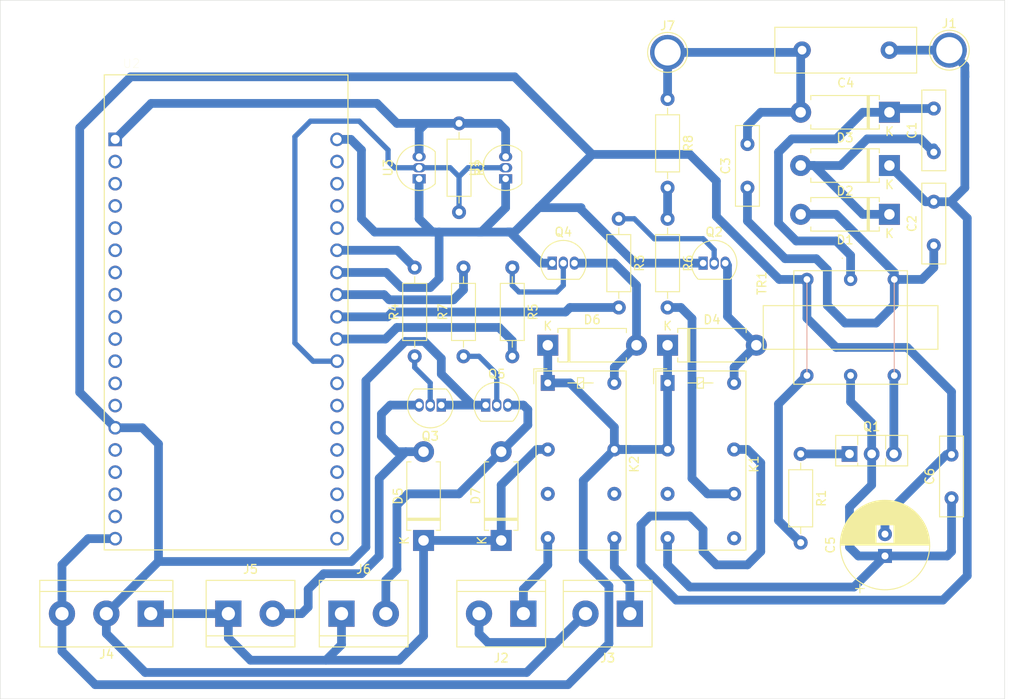
<source format=kicad_pcb>
(kicad_pcb (version 20171130) (host pcbnew 5.1.10-88a1d61d58~88~ubuntu20.04.1)

  (general
    (thickness 1.6)
    (drawings 4)
    (tracks 296)
    (zones 0)
    (modules 39)
    (nets 63)
  )

  (page A4)
  (layers
    (0 F.Cu signal)
    (31 B.Cu signal)
    (32 B.Adhes user)
    (33 F.Adhes user)
    (34 B.Paste user)
    (35 F.Paste user)
    (36 B.SilkS user)
    (37 F.SilkS user)
    (38 B.Mask user)
    (39 F.Mask user)
    (40 Dwgs.User user)
    (41 Cmts.User user)
    (42 Eco1.User user)
    (43 Eco2.User user)
    (44 Edge.Cuts user)
    (45 Margin user)
    (46 B.CrtYd user)
    (47 F.CrtYd user)
    (48 B.Fab user)
    (49 F.Fab user)
  )

  (setup
    (last_trace_width 1)
    (trace_clearance 0.4)
    (zone_clearance 0.508)
    (zone_45_only no)
    (trace_min 0.2)
    (via_size 0.8)
    (via_drill 0.5)
    (via_min_size 0.4)
    (via_min_drill 0.3)
    (uvia_size 0.3)
    (uvia_drill 0.1)
    (uvias_allowed no)
    (uvia_min_size 0.2)
    (uvia_min_drill 0.1)
    (edge_width 0.05)
    (segment_width 0.2)
    (pcb_text_width 0.3)
    (pcb_text_size 1.5 1.5)
    (mod_edge_width 0.12)
    (mod_text_size 1 1)
    (mod_text_width 0.15)
    (pad_size 1.524 1.524)
    (pad_drill 0.762)
    (pad_to_mask_clearance 0)
    (aux_axis_origin 0 0)
    (visible_elements FFFFFF7F)
    (pcbplotparams
      (layerselection 0x010fc_ffffffff)
      (usegerberextensions false)
      (usegerberattributes true)
      (usegerberadvancedattributes true)
      (creategerberjobfile true)
      (excludeedgelayer true)
      (linewidth 0.100000)
      (plotframeref false)
      (viasonmask false)
      (mode 1)
      (useauxorigin false)
      (hpglpennumber 1)
      (hpglpenspeed 20)
      (hpglpendiameter 15.000000)
      (psnegative false)
      (psa4output false)
      (plotreference true)
      (plotvalue true)
      (plotinvisibletext false)
      (padsonsilk false)
      (subtractmaskfromsilk false)
      (outputformat 1)
      (mirror false)
      (drillshape 1)
      (scaleselection 1)
      (outputdirectory ""))
  )

  (net 0 "")
  (net 1 "Net-(C1-Pad2)")
  (net 2 "Net-(C1-Pad1)")
  (net 3 HIGH+)
  (net 4 "Net-(C2-Pad1)")
  (net 5 HIGH-)
  (net 6 "Net-(D4-Pad2)")
  (net 7 +5V)
  (net 8 "/relay(-)P5V")
  (net 9 +12V)
  (net 10 "Net-(D6-Pad2)")
  (net 11 "/relay(-)P12V")
  (net 12 GND)
  (net 13 FAN+)
  (net 14 "/V+(HIGH)")
  (net 15 "Net-(K1-Pad12)")
  (net 16 "Net-(K1-Pad22)")
  (net 17 "Net-(K1-Pad24)")
  (net 18 "Net-(K2-Pad12)")
  (net 19 "Net-(K2-Pad22)")
  (net 20 LEDS+)
  (net 21 "Net-(Q1-Pad3)")
  (net 22 "Net-(Q1-Pad1)")
  (net 23 "Net-(Q2-Pad2)")
  (net 24 "Net-(Q3-Pad2)")
  (net 25 "Net-(Q4-Pad2)")
  (net 26 "Net-(Q5-Pad2)")
  (net 27 "Net-(R1-Pad2)")
  (net 28 /bus_one_wire)
  (net 29 +3V3)
  (net 30 /high_relay)
  (net 31 /peltier_5v)
  (net 32 /vent_relay)
  (net 33 /peltier_12v)
  (net 34 "Net-(U2-Pad38)")
  (net 35 "Net-(U2-Pad37)")
  (net 36 "Net-(U2-Pad36)")
  (net 37 "Net-(U2-Pad35)")
  (net 38 "Net-(U2-Pad34)")
  (net 39 "Net-(U2-Pad33)")
  (net 40 "Net-(U2-Pad32)")
  (net 41 "Net-(U2-Pad31)")
  (net 42 "Net-(U2-Pad24)")
  (net 43 "Net-(U2-Pad23)")
  (net 44 "Net-(U2-Pad22)")
  (net 45 "Net-(U2-Pad21)")
  (net 46 "Net-(U2-Pad18)")
  (net 47 "Net-(U2-Pad17)")
  (net 48 "Net-(U2-Pad16)")
  (net 49 "Net-(U2-Pad15)")
  (net 50 "Net-(U2-Pad13)")
  (net 51 "Net-(U2-Pad12)")
  (net 52 "Net-(U2-Pad11)")
  (net 53 "Net-(U2-Pad10)")
  (net 54 "Net-(U2-Pad9)")
  (net 55 "Net-(U2-Pad8)")
  (net 56 "Net-(U2-Pad7)")
  (net 57 "Net-(U2-Pad6)")
  (net 58 "Net-(U2-Pad5)")
  (net 59 "Net-(U2-Pad4)")
  (net 60 "Net-(U2-Pad3)")
  (net 61 "Net-(U2-Pad2)")
  (net 62 "Net-(R6-Pad1)")

  (net_class Default "This is the default net class."
    (clearance 0.4)
    (trace_width 1)
    (via_dia 0.8)
    (via_drill 0.5)
    (uvia_dia 0.3)
    (uvia_drill 0.1)
    (add_net +12V)
    (add_net +3V3)
    (add_net +5V)
    (add_net "/V+(HIGH)")
    (add_net /high_relay)
    (add_net /peltier_12v)
    (add_net /peltier_5v)
    (add_net "/relay(-)P12V")
    (add_net "/relay(-)P5V")
    (add_net /vent_relay)
    (add_net FAN+)
    (add_net GND)
    (add_net HIGH+)
    (add_net HIGH-)
    (add_net LEDS+)
    (add_net "Net-(C1-Pad1)")
    (add_net "Net-(C1-Pad2)")
    (add_net "Net-(C2-Pad1)")
    (add_net "Net-(D4-Pad2)")
    (add_net "Net-(D6-Pad2)")
    (add_net "Net-(K1-Pad12)")
    (add_net "Net-(K1-Pad22)")
    (add_net "Net-(K1-Pad24)")
    (add_net "Net-(K2-Pad12)")
    (add_net "Net-(K2-Pad22)")
    (add_net "Net-(Q1-Pad1)")
    (add_net "Net-(Q1-Pad3)")
    (add_net "Net-(R1-Pad2)")
    (add_net "Net-(R6-Pad1)")
    (add_net "Net-(U2-Pad10)")
    (add_net "Net-(U2-Pad11)")
    (add_net "Net-(U2-Pad12)")
    (add_net "Net-(U2-Pad13)")
    (add_net "Net-(U2-Pad15)")
    (add_net "Net-(U2-Pad16)")
    (add_net "Net-(U2-Pad17)")
    (add_net "Net-(U2-Pad18)")
    (add_net "Net-(U2-Pad2)")
    (add_net "Net-(U2-Pad21)")
    (add_net "Net-(U2-Pad22)")
    (add_net "Net-(U2-Pad23)")
    (add_net "Net-(U2-Pad24)")
    (add_net "Net-(U2-Pad3)")
    (add_net "Net-(U2-Pad31)")
    (add_net "Net-(U2-Pad32)")
    (add_net "Net-(U2-Pad33)")
    (add_net "Net-(U2-Pad34)")
    (add_net "Net-(U2-Pad35)")
    (add_net "Net-(U2-Pad36)")
    (add_net "Net-(U2-Pad37)")
    (add_net "Net-(U2-Pad38)")
    (add_net "Net-(U2-Pad4)")
    (add_net "Net-(U2-Pad5)")
    (add_net "Net-(U2-Pad6)")
    (add_net "Net-(U2-Pad7)")
    (add_net "Net-(U2-Pad8)")
    (add_net "Net-(U2-Pad9)")
  )

  (net_class to220 ""
    (clearance 0.4)
    (trace_width 0.6)
    (via_dia 0.8)
    (via_drill 0.5)
    (uvia_dia 0.3)
    (uvia_drill 0.1)
    (add_net /bus_one_wire)
    (add_net "Net-(Q2-Pad2)")
    (add_net "Net-(Q3-Pad2)")
    (add_net "Net-(Q4-Pad2)")
    (add_net "Net-(Q5-Pad2)")
  )

  (module ESP32-DEVKITC-32D:MODULE_ESP32-DEVKITC-32D (layer F.Cu) (tedit 6034221A) (tstamp 60952672)
    (at 70.866 75.692)
    (path /6073C5FD)
    (fp_text reference U2 (at -10.829175 -28.446045) (layer F.SilkS)
      (effects (font (size 1.000386 1.000386) (thickness 0.015)))
    )
    (fp_text value ESP32-DEVKITC-32D (at 1.24136 28.294535) (layer F.Fab)
      (effects (font (size 1.001047 1.001047) (thickness 0.015)))
    )
    (fp_line (start -13.95 -27.15) (end 13.95 -27.15) (layer F.Fab) (width 0.127))
    (fp_line (start 13.95 -27.15) (end 13.95 27.25) (layer F.Fab) (width 0.127))
    (fp_line (start 13.95 27.25) (end -13.95 27.25) (layer F.Fab) (width 0.127))
    (fp_line (start -13.95 27.25) (end -13.95 -27.15) (layer F.Fab) (width 0.127))
    (fp_line (start -13.95 27.25) (end -13.95 -27.15) (layer F.SilkS) (width 0.127))
    (fp_line (start -13.95 -27.15) (end 13.95 -27.15) (layer F.SilkS) (width 0.127))
    (fp_line (start 13.95 -27.15) (end 13.95 27.25) (layer F.SilkS) (width 0.127))
    (fp_line (start 13.95 27.25) (end -13.95 27.25) (layer F.SilkS) (width 0.127))
    (fp_line (start -14.2 -27.4) (end 14.2 -27.4) (layer F.CrtYd) (width 0.05))
    (fp_line (start 14.2 -27.4) (end 14.2 27.5) (layer F.CrtYd) (width 0.05))
    (fp_line (start 14.2 27.5) (end -14.2 27.5) (layer F.CrtYd) (width 0.05))
    (fp_line (start -14.2 27.5) (end -14.2 -27.4) (layer F.CrtYd) (width 0.05))
    (fp_circle (center -14.6 -19.9) (end -14.46 -19.9) (layer F.Fab) (width 0.28))
    (fp_circle (center -14.6 -19.9) (end -14.46 -19.9) (layer F.Fab) (width 0.28))
    (pad 38 thru_hole circle (at 12.7 25.96) (size 1.56 1.56) (drill 1.04) (layers *.Cu *.Mask)
      (net 34 "Net-(U2-Pad38)"))
    (pad 37 thru_hole circle (at 12.7 23.42) (size 1.56 1.56) (drill 1.04) (layers *.Cu *.Mask)
      (net 35 "Net-(U2-Pad37)"))
    (pad 36 thru_hole circle (at 12.7 20.88) (size 1.56 1.56) (drill 1.04) (layers *.Cu *.Mask)
      (net 36 "Net-(U2-Pad36)"))
    (pad 35 thru_hole circle (at 12.7 18.34) (size 1.56 1.56) (drill 1.04) (layers *.Cu *.Mask)
      (net 37 "Net-(U2-Pad35)"))
    (pad 34 thru_hole circle (at 12.7 15.8) (size 1.56 1.56) (drill 1.04) (layers *.Cu *.Mask)
      (net 38 "Net-(U2-Pad34)"))
    (pad 33 thru_hole circle (at 12.7 13.26) (size 1.56 1.56) (drill 1.04) (layers *.Cu *.Mask)
      (net 39 "Net-(U2-Pad33)"))
    (pad 32 thru_hole circle (at 12.7 10.72) (size 1.56 1.56) (drill 1.04) (layers *.Cu *.Mask)
      (net 40 "Net-(U2-Pad32)"))
    (pad 31 thru_hole circle (at 12.7 8.18) (size 1.56 1.56) (drill 1.04) (layers *.Cu *.Mask)
      (net 41 "Net-(U2-Pad31)"))
    (pad 30 thru_hole circle (at 12.7 5.64) (size 1.56 1.56) (drill 1.04) (layers *.Cu *.Mask)
      (net 28 /bus_one_wire))
    (pad 29 thru_hole circle (at 12.7 3.1) (size 1.56 1.56) (drill 1.04) (layers *.Cu *.Mask)
      (net 32 /vent_relay))
    (pad 28 thru_hole circle (at 12.7 0.56) (size 1.56 1.56) (drill 1.04) (layers *.Cu *.Mask)
      (net 30 /high_relay))
    (pad 27 thru_hole circle (at 12.7 -1.98) (size 1.56 1.56) (drill 1.04) (layers *.Cu *.Mask)
      (net 33 /peltier_12v))
    (pad 26 thru_hole circle (at 12.7 -4.52) (size 1.56 1.56) (drill 1.04) (layers *.Cu *.Mask)
      (net 12 GND))
    (pad 25 thru_hole circle (at 12.7 -7.06) (size 1.56 1.56) (drill 1.04) (layers *.Cu *.Mask)
      (net 31 /peltier_5v))
    (pad 24 thru_hole circle (at 12.7 -9.6) (size 1.56 1.56) (drill 1.04) (layers *.Cu *.Mask)
      (net 42 "Net-(U2-Pad24)"))
    (pad 23 thru_hole circle (at 12.7 -12.14) (size 1.56 1.56) (drill 1.04) (layers *.Cu *.Mask)
      (net 43 "Net-(U2-Pad23)"))
    (pad 22 thru_hole circle (at 12.7 -14.68) (size 1.56 1.56) (drill 1.04) (layers *.Cu *.Mask)
      (net 44 "Net-(U2-Pad22)"))
    (pad 21 thru_hole circle (at 12.7 -17.22) (size 1.56 1.56) (drill 1.04) (layers *.Cu *.Mask)
      (net 45 "Net-(U2-Pad21)"))
    (pad 20 thru_hole circle (at 12.7 -19.76) (size 1.56 1.56) (drill 1.04) (layers *.Cu *.Mask)
      (net 12 GND))
    (pad 18 thru_hole circle (at -12.7 23.42) (size 1.56 1.56) (drill 1.04) (layers *.Cu *.Mask)
      (net 46 "Net-(U2-Pad18)"))
    (pad 17 thru_hole circle (at -12.7 20.88) (size 1.56 1.56) (drill 1.04) (layers *.Cu *.Mask)
      (net 47 "Net-(U2-Pad17)"))
    (pad 16 thru_hole circle (at -12.7 18.34) (size 1.56 1.56) (drill 1.04) (layers *.Cu *.Mask)
      (net 48 "Net-(U2-Pad16)"))
    (pad 15 thru_hole circle (at -12.7 15.8) (size 1.56 1.56) (drill 1.04) (layers *.Cu *.Mask)
      (net 49 "Net-(U2-Pad15)"))
    (pad 14 thru_hole circle (at -12.7 13.26) (size 1.56 1.56) (drill 1.04) (layers *.Cu *.Mask)
      (net 12 GND))
    (pad 13 thru_hole circle (at -12.7 10.72) (size 1.56 1.56) (drill 1.04) (layers *.Cu *.Mask)
      (net 50 "Net-(U2-Pad13)"))
    (pad 12 thru_hole circle (at -12.7 8.18) (size 1.56 1.56) (drill 1.04) (layers *.Cu *.Mask)
      (net 51 "Net-(U2-Pad12)"))
    (pad 11 thru_hole circle (at -12.7 5.64) (size 1.56 1.56) (drill 1.04) (layers *.Cu *.Mask)
      (net 52 "Net-(U2-Pad11)"))
    (pad 10 thru_hole circle (at -12.7 3.1) (size 1.56 1.56) (drill 1.04) (layers *.Cu *.Mask)
      (net 53 "Net-(U2-Pad10)"))
    (pad 9 thru_hole circle (at -12.7 0.56) (size 1.56 1.56) (drill 1.04) (layers *.Cu *.Mask)
      (net 54 "Net-(U2-Pad9)"))
    (pad 8 thru_hole circle (at -12.7 -1.98) (size 1.56 1.56) (drill 1.04) (layers *.Cu *.Mask)
      (net 55 "Net-(U2-Pad8)"))
    (pad 7 thru_hole circle (at -12.7 -4.52) (size 1.56 1.56) (drill 1.04) (layers *.Cu *.Mask)
      (net 56 "Net-(U2-Pad7)"))
    (pad 6 thru_hole circle (at -12.7 -7.06) (size 1.56 1.56) (drill 1.04) (layers *.Cu *.Mask)
      (net 57 "Net-(U2-Pad6)"))
    (pad 5 thru_hole circle (at -12.7 -9.6) (size 1.56 1.56) (drill 1.04) (layers *.Cu *.Mask)
      (net 58 "Net-(U2-Pad5)"))
    (pad 4 thru_hole circle (at -12.7 -12.14) (size 1.56 1.56) (drill 1.04) (layers *.Cu *.Mask)
      (net 59 "Net-(U2-Pad4)"))
    (pad 3 thru_hole circle (at -12.7 -14.68) (size 1.56 1.56) (drill 1.04) (layers *.Cu *.Mask)
      (net 60 "Net-(U2-Pad3)"))
    (pad 19 thru_hole circle (at -12.7 25.96) (size 1.56 1.56) (drill 1.04) (layers *.Cu *.Mask)
      (net 7 +5V))
    (pad 2 thru_hole circle (at -12.7 -17.22) (size 1.56 1.56) (drill 1.04) (layers *.Cu *.Mask)
      (net 61 "Net-(U2-Pad2)"))
    (pad 1 thru_hole rect (at -12.7 -19.76) (size 1.56 1.56) (drill 1.04) (layers *.Cu *.Mask)
      (net 29 +3V3))
    (model /home/saualopez/Documents/Projects/practicas/CloudChamberDF/pcb/ESP32-DEVKITC-32D/ESP32-DEVKITC-32D.step
      (offset (xyz 0 -3 3))
      (scale (xyz 1 1 1))
      (rotate (xyz -90 0 0))
    )
  )

  (module Resistor_THT:R_Axial_DIN0207_L6.3mm_D2.5mm_P10.16mm_Horizontal (layer F.Cu) (tedit 5AE5139B) (tstamp 6095B344)
    (at 121.412 51.308 270)
    (descr "Resistor, Axial_DIN0207 series, Axial, Horizontal, pin pitch=10.16mm, 0.25W = 1/4W, length*diameter=6.3*2.5mm^2, http://cdn-reichelt.de/documents/datenblatt/B400/1_4W%23YAG.pdf")
    (tags "Resistor Axial_DIN0207 series Axial Horizontal pin pitch 10.16mm 0.25W = 1/4W length 6.3mm diameter 2.5mm")
    (path /60955378)
    (fp_text reference R8 (at 5.08 -2.37 90) (layer F.SilkS)
      (effects (font (size 1 1) (thickness 0.15)))
    )
    (fp_text value 100K (at 5.08 2.37 90) (layer F.Fab)
      (effects (font (size 1 1) (thickness 0.15)))
    )
    (fp_text user %R (at 5.08 0 90) (layer F.Fab)
      (effects (font (size 1 1) (thickness 0.15)))
    )
    (fp_line (start 1.93 -1.25) (end 1.93 1.25) (layer F.Fab) (width 0.1))
    (fp_line (start 1.93 1.25) (end 8.23 1.25) (layer F.Fab) (width 0.1))
    (fp_line (start 8.23 1.25) (end 8.23 -1.25) (layer F.Fab) (width 0.1))
    (fp_line (start 8.23 -1.25) (end 1.93 -1.25) (layer F.Fab) (width 0.1))
    (fp_line (start 0 0) (end 1.93 0) (layer F.Fab) (width 0.1))
    (fp_line (start 10.16 0) (end 8.23 0) (layer F.Fab) (width 0.1))
    (fp_line (start 1.81 -1.37) (end 1.81 1.37) (layer F.SilkS) (width 0.12))
    (fp_line (start 1.81 1.37) (end 8.35 1.37) (layer F.SilkS) (width 0.12))
    (fp_line (start 8.35 1.37) (end 8.35 -1.37) (layer F.SilkS) (width 0.12))
    (fp_line (start 8.35 -1.37) (end 1.81 -1.37) (layer F.SilkS) (width 0.12))
    (fp_line (start 1.04 0) (end 1.81 0) (layer F.SilkS) (width 0.12))
    (fp_line (start 9.12 0) (end 8.35 0) (layer F.SilkS) (width 0.12))
    (fp_line (start -1.05 -1.5) (end -1.05 1.5) (layer F.CrtYd) (width 0.05))
    (fp_line (start -1.05 1.5) (end 11.21 1.5) (layer F.CrtYd) (width 0.05))
    (fp_line (start 11.21 1.5) (end 11.21 -1.5) (layer F.CrtYd) (width 0.05))
    (fp_line (start 11.21 -1.5) (end -1.05 -1.5) (layer F.CrtYd) (width 0.05))
    (pad 2 thru_hole oval (at 10.16 0 270) (size 1.6 1.6) (drill 0.8) (layers *.Cu *.Mask)
      (net 62 "Net-(R6-Pad1)"))
    (pad 1 thru_hole circle (at 0 0 270) (size 1.6 1.6) (drill 0.8) (layers *.Cu *.Mask)
      (net 5 HIGH-))
    (model ${KISYS3DMOD}/Resistor_THT.3dshapes/R_Axial_DIN0207_L6.3mm_D2.5mm_P10.16mm_Horizontal.wrl
      (at (xyz 0 0 0))
      (scale (xyz 1 1 1))
      (rotate (xyz 0 0 0))
    )
  )

  (module Resistor_THT:R_Axial_DIN0207_L6.3mm_D2.5mm_P10.16mm_Horizontal (layer F.Cu) (tedit 5AE5139B) (tstamp 6095B8B5)
    (at 98.044 80.772 90)
    (descr "Resistor, Axial_DIN0207 series, Axial, Horizontal, pin pitch=10.16mm, 0.25W = 1/4W, length*diameter=6.3*2.5mm^2, http://cdn-reichelt.de/documents/datenblatt/B400/1_4W%23YAG.pdf")
    (tags "Resistor Axial_DIN0207 series Axial Horizontal pin pitch 10.16mm 0.25W = 1/4W length 6.3mm diameter 2.5mm")
    (path /607EABBF)
    (fp_text reference R7 (at 5.08 -2.37 90) (layer F.SilkS)
      (effects (font (size 1 1) (thickness 0.15)))
    )
    (fp_text value 1K (at 5.08 2.37 90) (layer F.Fab)
      (effects (font (size 1 1) (thickness 0.15)))
    )
    (fp_text user %R (at 5.08 0 90) (layer F.Fab)
      (effects (font (size 1 1) (thickness 0.15)))
    )
    (fp_line (start 1.93 -1.25) (end 1.93 1.25) (layer F.Fab) (width 0.1))
    (fp_line (start 1.93 1.25) (end 8.23 1.25) (layer F.Fab) (width 0.1))
    (fp_line (start 8.23 1.25) (end 8.23 -1.25) (layer F.Fab) (width 0.1))
    (fp_line (start 8.23 -1.25) (end 1.93 -1.25) (layer F.Fab) (width 0.1))
    (fp_line (start 0 0) (end 1.93 0) (layer F.Fab) (width 0.1))
    (fp_line (start 10.16 0) (end 8.23 0) (layer F.Fab) (width 0.1))
    (fp_line (start 1.81 -1.37) (end 1.81 1.37) (layer F.SilkS) (width 0.12))
    (fp_line (start 1.81 1.37) (end 8.35 1.37) (layer F.SilkS) (width 0.12))
    (fp_line (start 8.35 1.37) (end 8.35 -1.37) (layer F.SilkS) (width 0.12))
    (fp_line (start 8.35 -1.37) (end 1.81 -1.37) (layer F.SilkS) (width 0.12))
    (fp_line (start 1.04 0) (end 1.81 0) (layer F.SilkS) (width 0.12))
    (fp_line (start 9.12 0) (end 8.35 0) (layer F.SilkS) (width 0.12))
    (fp_line (start -1.05 -1.5) (end -1.05 1.5) (layer F.CrtYd) (width 0.05))
    (fp_line (start -1.05 1.5) (end 11.21 1.5) (layer F.CrtYd) (width 0.05))
    (fp_line (start 11.21 1.5) (end 11.21 -1.5) (layer F.CrtYd) (width 0.05))
    (fp_line (start 11.21 -1.5) (end -1.05 -1.5) (layer F.CrtYd) (width 0.05))
    (pad 2 thru_hole oval (at 10.16 0 90) (size 1.6 1.6) (drill 0.8) (layers *.Cu *.Mask)
      (net 33 /peltier_12v))
    (pad 1 thru_hole circle (at 0 0 90) (size 1.6 1.6) (drill 0.8) (layers *.Cu *.Mask)
      (net 26 "Net-(Q5-Pad2)"))
    (model ${KISYS3DMOD}/Resistor_THT.3dshapes/R_Axial_DIN0207_L6.3mm_D2.5mm_P10.16mm_Horizontal.wrl
      (at (xyz 0 0 0))
      (scale (xyz 1 1 1))
      (rotate (xyz 0 0 0))
    )
  )

  (module Resistor_THT:R_Axial_DIN0207_L6.3mm_D2.5mm_P10.16mm_Horizontal (layer F.Cu) (tedit 5AE5139B) (tstamp 6095B2D1)
    (at 121.412 65.024 270)
    (descr "Resistor, Axial_DIN0207 series, Axial, Horizontal, pin pitch=10.16mm, 0.25W = 1/4W, length*diameter=6.3*2.5mm^2, http://cdn-reichelt.de/documents/datenblatt/B400/1_4W%23YAG.pdf")
    (tags "Resistor Axial_DIN0207 series Axial Horizontal pin pitch 10.16mm 0.25W = 1/4W length 6.3mm diameter 2.5mm")
    (path /607B5514)
    (fp_text reference R6 (at 5.08 -2.37 90) (layer F.SilkS)
      (effects (font (size 1 1) (thickness 0.15)))
    )
    (fp_text value 100K (at 5.08 2.37 90) (layer F.Fab)
      (effects (font (size 1 1) (thickness 0.15)))
    )
    (fp_text user %R (at 5.08 0 90) (layer F.Fab)
      (effects (font (size 1 1) (thickness 0.15)))
    )
    (fp_line (start 1.93 -1.25) (end 1.93 1.25) (layer F.Fab) (width 0.1))
    (fp_line (start 1.93 1.25) (end 8.23 1.25) (layer F.Fab) (width 0.1))
    (fp_line (start 8.23 1.25) (end 8.23 -1.25) (layer F.Fab) (width 0.1))
    (fp_line (start 8.23 -1.25) (end 1.93 -1.25) (layer F.Fab) (width 0.1))
    (fp_line (start 0 0) (end 1.93 0) (layer F.Fab) (width 0.1))
    (fp_line (start 10.16 0) (end 8.23 0) (layer F.Fab) (width 0.1))
    (fp_line (start 1.81 -1.37) (end 1.81 1.37) (layer F.SilkS) (width 0.12))
    (fp_line (start 1.81 1.37) (end 8.35 1.37) (layer F.SilkS) (width 0.12))
    (fp_line (start 8.35 1.37) (end 8.35 -1.37) (layer F.SilkS) (width 0.12))
    (fp_line (start 8.35 -1.37) (end 1.81 -1.37) (layer F.SilkS) (width 0.12))
    (fp_line (start 1.04 0) (end 1.81 0) (layer F.SilkS) (width 0.12))
    (fp_line (start 9.12 0) (end 8.35 0) (layer F.SilkS) (width 0.12))
    (fp_line (start -1.05 -1.5) (end -1.05 1.5) (layer F.CrtYd) (width 0.05))
    (fp_line (start -1.05 1.5) (end 11.21 1.5) (layer F.CrtYd) (width 0.05))
    (fp_line (start 11.21 1.5) (end 11.21 -1.5) (layer F.CrtYd) (width 0.05))
    (fp_line (start 11.21 -1.5) (end -1.05 -1.5) (layer F.CrtYd) (width 0.05))
    (pad 2 thru_hole oval (at 10.16 0 270) (size 1.6 1.6) (drill 0.8) (layers *.Cu *.Mask)
      (net 16 "Net-(K1-Pad22)"))
    (pad 1 thru_hole circle (at 0 0 270) (size 1.6 1.6) (drill 0.8) (layers *.Cu *.Mask)
      (net 62 "Net-(R6-Pad1)"))
    (model ${KISYS3DMOD}/Resistor_THT.3dshapes/R_Axial_DIN0207_L6.3mm_D2.5mm_P10.16mm_Horizontal.wrl
      (at (xyz 0 0 0))
      (scale (xyz 1 1 1))
      (rotate (xyz 0 0 0))
    )
  )

  (module Resistor_THT:R_Axial_DIN0207_L6.3mm_D2.5mm_P10.16mm_Horizontal (layer F.Cu) (tedit 5AE5139B) (tstamp 6095B5DE)
    (at 103.632 70.612 270)
    (descr "Resistor, Axial_DIN0207 series, Axial, Horizontal, pin pitch=10.16mm, 0.25W = 1/4W, length*diameter=6.3*2.5mm^2, http://cdn-reichelt.de/documents/datenblatt/B400/1_4W%23YAG.pdf")
    (tags "Resistor Axial_DIN0207 series Axial Horizontal pin pitch 10.16mm 0.25W = 1/4W length 6.3mm diameter 2.5mm")
    (path /60795817)
    (fp_text reference R5 (at 5.08 -2.37 90) (layer F.SilkS)
      (effects (font (size 1 1) (thickness 0.15)))
    )
    (fp_text value 1K (at 5.08 2.37 90) (layer F.Fab)
      (effects (font (size 1 1) (thickness 0.15)))
    )
    (fp_text user %R (at 5.08 0 90) (layer F.Fab)
      (effects (font (size 1 1) (thickness 0.15)))
    )
    (fp_line (start 1.93 -1.25) (end 1.93 1.25) (layer F.Fab) (width 0.1))
    (fp_line (start 1.93 1.25) (end 8.23 1.25) (layer F.Fab) (width 0.1))
    (fp_line (start 8.23 1.25) (end 8.23 -1.25) (layer F.Fab) (width 0.1))
    (fp_line (start 8.23 -1.25) (end 1.93 -1.25) (layer F.Fab) (width 0.1))
    (fp_line (start 0 0) (end 1.93 0) (layer F.Fab) (width 0.1))
    (fp_line (start 10.16 0) (end 8.23 0) (layer F.Fab) (width 0.1))
    (fp_line (start 1.81 -1.37) (end 1.81 1.37) (layer F.SilkS) (width 0.12))
    (fp_line (start 1.81 1.37) (end 8.35 1.37) (layer F.SilkS) (width 0.12))
    (fp_line (start 8.35 1.37) (end 8.35 -1.37) (layer F.SilkS) (width 0.12))
    (fp_line (start 8.35 -1.37) (end 1.81 -1.37) (layer F.SilkS) (width 0.12))
    (fp_line (start 1.04 0) (end 1.81 0) (layer F.SilkS) (width 0.12))
    (fp_line (start 9.12 0) (end 8.35 0) (layer F.SilkS) (width 0.12))
    (fp_line (start -1.05 -1.5) (end -1.05 1.5) (layer F.CrtYd) (width 0.05))
    (fp_line (start -1.05 1.5) (end 11.21 1.5) (layer F.CrtYd) (width 0.05))
    (fp_line (start 11.21 1.5) (end 11.21 -1.5) (layer F.CrtYd) (width 0.05))
    (fp_line (start 11.21 -1.5) (end -1.05 -1.5) (layer F.CrtYd) (width 0.05))
    (pad 2 thru_hole oval (at 10.16 0 270) (size 1.6 1.6) (drill 0.8) (layers *.Cu *.Mask)
      (net 32 /vent_relay))
    (pad 1 thru_hole circle (at 0 0 270) (size 1.6 1.6) (drill 0.8) (layers *.Cu *.Mask)
      (net 25 "Net-(Q4-Pad2)"))
    (model ${KISYS3DMOD}/Resistor_THT.3dshapes/R_Axial_DIN0207_L6.3mm_D2.5mm_P10.16mm_Horizontal.wrl
      (at (xyz 0 0 0))
      (scale (xyz 1 1 1))
      (rotate (xyz 0 0 0))
    )
  )

  (module Resistor_THT:R_Axial_DIN0207_L6.3mm_D2.5mm_P10.16mm_Horizontal (layer F.Cu) (tedit 5AE5139B) (tstamp 6095B804)
    (at 92.456 80.772 90)
    (descr "Resistor, Axial_DIN0207 series, Axial, Horizontal, pin pitch=10.16mm, 0.25W = 1/4W, length*diameter=6.3*2.5mm^2, http://cdn-reichelt.de/documents/datenblatt/B400/1_4W%23YAG.pdf")
    (tags "Resistor Axial_DIN0207 series Axial Horizontal pin pitch 10.16mm 0.25W = 1/4W length 6.3mm diameter 2.5mm")
    (path /607EA6D5)
    (fp_text reference R4 (at 5.08 -2.37 90) (layer F.SilkS)
      (effects (font (size 1 1) (thickness 0.15)))
    )
    (fp_text value 1K (at 5.08 2.37 90) (layer F.Fab)
      (effects (font (size 1 1) (thickness 0.15)))
    )
    (fp_text user %R (at 5.08 0 90) (layer F.Fab)
      (effects (font (size 1 1) (thickness 0.15)))
    )
    (fp_line (start 1.93 -1.25) (end 1.93 1.25) (layer F.Fab) (width 0.1))
    (fp_line (start 1.93 1.25) (end 8.23 1.25) (layer F.Fab) (width 0.1))
    (fp_line (start 8.23 1.25) (end 8.23 -1.25) (layer F.Fab) (width 0.1))
    (fp_line (start 8.23 -1.25) (end 1.93 -1.25) (layer F.Fab) (width 0.1))
    (fp_line (start 0 0) (end 1.93 0) (layer F.Fab) (width 0.1))
    (fp_line (start 10.16 0) (end 8.23 0) (layer F.Fab) (width 0.1))
    (fp_line (start 1.81 -1.37) (end 1.81 1.37) (layer F.SilkS) (width 0.12))
    (fp_line (start 1.81 1.37) (end 8.35 1.37) (layer F.SilkS) (width 0.12))
    (fp_line (start 8.35 1.37) (end 8.35 -1.37) (layer F.SilkS) (width 0.12))
    (fp_line (start 8.35 -1.37) (end 1.81 -1.37) (layer F.SilkS) (width 0.12))
    (fp_line (start 1.04 0) (end 1.81 0) (layer F.SilkS) (width 0.12))
    (fp_line (start 9.12 0) (end 8.35 0) (layer F.SilkS) (width 0.12))
    (fp_line (start -1.05 -1.5) (end -1.05 1.5) (layer F.CrtYd) (width 0.05))
    (fp_line (start -1.05 1.5) (end 11.21 1.5) (layer F.CrtYd) (width 0.05))
    (fp_line (start 11.21 1.5) (end 11.21 -1.5) (layer F.CrtYd) (width 0.05))
    (fp_line (start 11.21 -1.5) (end -1.05 -1.5) (layer F.CrtYd) (width 0.05))
    (pad 2 thru_hole oval (at 10.16 0 90) (size 1.6 1.6) (drill 0.8) (layers *.Cu *.Mask)
      (net 31 /peltier_5v))
    (pad 1 thru_hole circle (at 0 0 90) (size 1.6 1.6) (drill 0.8) (layers *.Cu *.Mask)
      (net 24 "Net-(Q3-Pad2)"))
    (model ${KISYS3DMOD}/Resistor_THT.3dshapes/R_Axial_DIN0207_L6.3mm_D2.5mm_P10.16mm_Horizontal.wrl
      (at (xyz 0 0 0))
      (scale (xyz 1 1 1))
      (rotate (xyz 0 0 0))
    )
  )

  (module Resistor_THT:R_Axial_DIN0207_L6.3mm_D2.5mm_P10.16mm_Horizontal (layer F.Cu) (tedit 5AE5139B) (tstamp 6095B447)
    (at 115.824 65.024 270)
    (descr "Resistor, Axial_DIN0207 series, Axial, Horizontal, pin pitch=10.16mm, 0.25W = 1/4W, length*diameter=6.3*2.5mm^2, http://cdn-reichelt.de/documents/datenblatt/B400/1_4W%23YAG.pdf")
    (tags "Resistor Axial_DIN0207 series Axial Horizontal pin pitch 10.16mm 0.25W = 1/4W length 6.3mm diameter 2.5mm")
    (path /60796AA0)
    (fp_text reference R3 (at 5.08 -2.37 90) (layer F.SilkS)
      (effects (font (size 1 1) (thickness 0.15)))
    )
    (fp_text value 1K (at 5.08 2.37 90) (layer F.Fab)
      (effects (font (size 1 1) (thickness 0.15)))
    )
    (fp_text user %R (at 5.08 0 90) (layer F.Fab)
      (effects (font (size 1 1) (thickness 0.15)))
    )
    (fp_line (start 1.93 -1.25) (end 1.93 1.25) (layer F.Fab) (width 0.1))
    (fp_line (start 1.93 1.25) (end 8.23 1.25) (layer F.Fab) (width 0.1))
    (fp_line (start 8.23 1.25) (end 8.23 -1.25) (layer F.Fab) (width 0.1))
    (fp_line (start 8.23 -1.25) (end 1.93 -1.25) (layer F.Fab) (width 0.1))
    (fp_line (start 0 0) (end 1.93 0) (layer F.Fab) (width 0.1))
    (fp_line (start 10.16 0) (end 8.23 0) (layer F.Fab) (width 0.1))
    (fp_line (start 1.81 -1.37) (end 1.81 1.37) (layer F.SilkS) (width 0.12))
    (fp_line (start 1.81 1.37) (end 8.35 1.37) (layer F.SilkS) (width 0.12))
    (fp_line (start 8.35 1.37) (end 8.35 -1.37) (layer F.SilkS) (width 0.12))
    (fp_line (start 8.35 -1.37) (end 1.81 -1.37) (layer F.SilkS) (width 0.12))
    (fp_line (start 1.04 0) (end 1.81 0) (layer F.SilkS) (width 0.12))
    (fp_line (start 9.12 0) (end 8.35 0) (layer F.SilkS) (width 0.12))
    (fp_line (start -1.05 -1.5) (end -1.05 1.5) (layer F.CrtYd) (width 0.05))
    (fp_line (start -1.05 1.5) (end 11.21 1.5) (layer F.CrtYd) (width 0.05))
    (fp_line (start 11.21 1.5) (end 11.21 -1.5) (layer F.CrtYd) (width 0.05))
    (fp_line (start 11.21 -1.5) (end -1.05 -1.5) (layer F.CrtYd) (width 0.05))
    (pad 2 thru_hole oval (at 10.16 0 270) (size 1.6 1.6) (drill 0.8) (layers *.Cu *.Mask)
      (net 30 /high_relay))
    (pad 1 thru_hole circle (at 0 0 270) (size 1.6 1.6) (drill 0.8) (layers *.Cu *.Mask)
      (net 23 "Net-(Q2-Pad2)"))
    (model ${KISYS3DMOD}/Resistor_THT.3dshapes/R_Axial_DIN0207_L6.3mm_D2.5mm_P10.16mm_Horizontal.wrl
      (at (xyz 0 0 0))
      (scale (xyz 1 1 1))
      (rotate (xyz 0 0 0))
    )
  )

  (module Resistor_THT:R_Axial_DIN0207_L6.3mm_D2.5mm_P10.16mm_Horizontal (layer F.Cu) (tedit 5AE5139B) (tstamp 6095C032)
    (at 97.536 54.102 270)
    (descr "Resistor, Axial_DIN0207 series, Axial, Horizontal, pin pitch=10.16mm, 0.25W = 1/4W, length*diameter=6.3*2.5mm^2, http://cdn-reichelt.de/documents/datenblatt/B400/1_4W%23YAG.pdf")
    (tags "Resistor Axial_DIN0207 series Axial Horizontal pin pitch 10.16mm 0.25W = 1/4W length 6.3mm diameter 2.5mm")
    (path /60749AD7)
    (fp_text reference R2 (at 5.08 -2.37 90) (layer F.SilkS)
      (effects (font (size 1 1) (thickness 0.15)))
    )
    (fp_text value 4K7 (at 5.08 2.37 90) (layer F.Fab)
      (effects (font (size 1 1) (thickness 0.15)))
    )
    (fp_text user %R (at 5.08 0 180) (layer F.Fab)
      (effects (font (size 1 1) (thickness 0.15)))
    )
    (fp_line (start 1.93 -1.25) (end 1.93 1.25) (layer F.Fab) (width 0.1))
    (fp_line (start 1.93 1.25) (end 8.23 1.25) (layer F.Fab) (width 0.1))
    (fp_line (start 8.23 1.25) (end 8.23 -1.25) (layer F.Fab) (width 0.1))
    (fp_line (start 8.23 -1.25) (end 1.93 -1.25) (layer F.Fab) (width 0.1))
    (fp_line (start 0 0) (end 1.93 0) (layer F.Fab) (width 0.1))
    (fp_line (start 10.16 0) (end 8.23 0) (layer F.Fab) (width 0.1))
    (fp_line (start 1.81 -1.37) (end 1.81 1.37) (layer F.SilkS) (width 0.12))
    (fp_line (start 1.81 1.37) (end 8.35 1.37) (layer F.SilkS) (width 0.12))
    (fp_line (start 8.35 1.37) (end 8.35 -1.37) (layer F.SilkS) (width 0.12))
    (fp_line (start 8.35 -1.37) (end 1.81 -1.37) (layer F.SilkS) (width 0.12))
    (fp_line (start 1.04 0) (end 1.81 0) (layer F.SilkS) (width 0.12))
    (fp_line (start 9.12 0) (end 8.35 0) (layer F.SilkS) (width 0.12))
    (fp_line (start -1.05 -1.5) (end -1.05 1.5) (layer F.CrtYd) (width 0.05))
    (fp_line (start -1.05 1.5) (end 11.21 1.5) (layer F.CrtYd) (width 0.05))
    (fp_line (start 11.21 1.5) (end 11.21 -1.5) (layer F.CrtYd) (width 0.05))
    (fp_line (start 11.21 -1.5) (end -1.05 -1.5) (layer F.CrtYd) (width 0.05))
    (pad 2 thru_hole oval (at 10.16 0 270) (size 1.6 1.6) (drill 0.8) (layers *.Cu *.Mask)
      (net 28 /bus_one_wire))
    (pad 1 thru_hole circle (at 0 0 270) (size 1.6 1.6) (drill 0.8) (layers *.Cu *.Mask)
      (net 29 +3V3))
    (model ${KISYS3DMOD}/Resistor_THT.3dshapes/R_Axial_DIN0207_L6.3mm_D2.5mm_P10.16mm_Horizontal.wrl
      (at (xyz 0 0 0))
      (scale (xyz 1 1 1))
      (rotate (xyz 0 0 0))
    )
  )

  (module Resistor_THT:R_Axial_DIN0207_L6.3mm_D2.5mm_P10.16mm_Horizontal (layer F.Cu) (tedit 5AE5139B) (tstamp 6095A104)
    (at 136.652 91.948 270)
    (descr "Resistor, Axial_DIN0207 series, Axial, Horizontal, pin pitch=10.16mm, 0.25W = 1/4W, length*diameter=6.3*2.5mm^2, http://cdn-reichelt.de/documents/datenblatt/B400/1_4W%23YAG.pdf")
    (tags "Resistor Axial_DIN0207 series Axial Horizontal pin pitch 10.16mm 0.25W = 1/4W length 6.3mm diameter 2.5mm")
    (path /606CD03D/603537D8)
    (fp_text reference R1 (at 5.08 -2.37 90) (layer F.SilkS)
      (effects (font (size 1 1) (thickness 0.15)))
    )
    (fp_text value R (at 5.08 2.37 90) (layer F.Fab)
      (effects (font (size 1 1) (thickness 0.15)))
    )
    (fp_text user %R (at 5.08 0 90) (layer F.Fab)
      (effects (font (size 1 1) (thickness 0.15)))
    )
    (fp_line (start 1.93 -1.25) (end 1.93 1.25) (layer F.Fab) (width 0.1))
    (fp_line (start 1.93 1.25) (end 8.23 1.25) (layer F.Fab) (width 0.1))
    (fp_line (start 8.23 1.25) (end 8.23 -1.25) (layer F.Fab) (width 0.1))
    (fp_line (start 8.23 -1.25) (end 1.93 -1.25) (layer F.Fab) (width 0.1))
    (fp_line (start 0 0) (end 1.93 0) (layer F.Fab) (width 0.1))
    (fp_line (start 10.16 0) (end 8.23 0) (layer F.Fab) (width 0.1))
    (fp_line (start 1.81 -1.37) (end 1.81 1.37) (layer F.SilkS) (width 0.12))
    (fp_line (start 1.81 1.37) (end 8.35 1.37) (layer F.SilkS) (width 0.12))
    (fp_line (start 8.35 1.37) (end 8.35 -1.37) (layer F.SilkS) (width 0.12))
    (fp_line (start 8.35 -1.37) (end 1.81 -1.37) (layer F.SilkS) (width 0.12))
    (fp_line (start 1.04 0) (end 1.81 0) (layer F.SilkS) (width 0.12))
    (fp_line (start 9.12 0) (end 8.35 0) (layer F.SilkS) (width 0.12))
    (fp_line (start -1.05 -1.5) (end -1.05 1.5) (layer F.CrtYd) (width 0.05))
    (fp_line (start -1.05 1.5) (end 11.21 1.5) (layer F.CrtYd) (width 0.05))
    (fp_line (start 11.21 1.5) (end 11.21 -1.5) (layer F.CrtYd) (width 0.05))
    (fp_line (start 11.21 -1.5) (end -1.05 -1.5) (layer F.CrtYd) (width 0.05))
    (pad 2 thru_hole oval (at 10.16 0 270) (size 1.6 1.6) (drill 0.8) (layers *.Cu *.Mask)
      (net 27 "Net-(R1-Pad2)"))
    (pad 1 thru_hole circle (at 0 0 270) (size 1.6 1.6) (drill 0.8) (layers *.Cu *.Mask)
      (net 22 "Net-(Q1-Pad1)"))
    (model ${KISYS3DMOD}/Resistor_THT.3dshapes/R_Axial_DIN0207_L6.3mm_D2.5mm_P10.16mm_Horizontal.wrl
      (at (xyz 0 0 0))
      (scale (xyz 1 1 1))
      (rotate (xyz 0 0 0))
    )
  )

  (module Relay_THT:Relay_DPDT_Finder_30.22 (layer F.Cu) (tedit 5E9CCCFB) (tstamp 60958912)
    (at 107.696 83.82 270)
    (descr "Finder 32.21-x000 Relay, DPDT, https://gfinder.findernet.com/public/attachments/30/EN/S30EN.pdf")
    (tags "AXICOM IM-Series Relay SPDT")
    (path /6077F6D0)
    (fp_text reference K2 (at 9.3 -9.9 90) (layer F.SilkS)
      (effects (font (size 1 1) (thickness 0.15)))
    )
    (fp_text value RT42xAxx (at 8.4 2.4 90) (layer F.Fab)
      (effects (font (size 1 1) (thickness 0.15)))
    )
    (fp_text user %R (at 10.2 -4.1 270) (layer F.Fab)
      (effects (font (size 1 1) (thickness 0.15)))
    )
    (fp_line (start 0.26 1.24) (end -1.26 -0.24) (layer F.Fab) (width 0.1))
    (fp_line (start 0.1 1.6) (end -1.62 1.6) (layer F.SilkS) (width 0.12))
    (fp_line (start -1.62 1.6) (end -1.62 0.1) (layer F.SilkS) (width 0.12))
    (fp_line (start 19.15 1.35) (end -1.37 1.35) (layer F.SilkS) (width 0.12))
    (fp_line (start -1.37 1.35) (end -1.37 -8.97) (layer F.SilkS) (width 0.12))
    (fp_line (start -1.37 -8.97) (end 19.15 -8.97) (layer F.SilkS) (width 0.12))
    (fp_line (start 19.15 -8.97) (end 19.15 1.35) (layer F.SilkS) (width 0.12))
    (fp_line (start -1.26 -0.24) (end -1.26 -8.86) (layer F.Fab) (width 0.1))
    (fp_line (start -1.26 -8.86) (end 19.04 -8.86) (layer F.Fab) (width 0.1))
    (fp_line (start 19.04 -8.86) (end 19.04 1.24) (layer F.Fab) (width 0.1))
    (fp_line (start 19.04 1.24) (end 0.26 1.24) (layer F.Fab) (width 0.1))
    (fp_line (start 0 -3.4) (end 0 -2.3) (layer F.SilkS) (width 0.12))
    (fp_line (start 0 -4.1) (end 0 -5.2) (layer F.SilkS) (width 0.12))
    (fp_line (start 0.2 -3.4) (end -0.2 -4.1) (layer F.SilkS) (width 0.12))
    (fp_line (start -0.6 -3.4) (end 0.6 -3.4) (layer F.SilkS) (width 0.12))
    (fp_line (start 0.6 -3.4) (end 0.6 -4.1) (layer F.SilkS) (width 0.12))
    (fp_line (start 0.6 -4.1) (end -0.6 -4.1) (layer F.SilkS) (width 0.12))
    (fp_line (start -0.6 -4.1) (end -0.6 -3.4) (layer F.SilkS) (width 0.12))
    (fp_line (start 0 -2.3) (end 0 -5.2) (layer F.Fab) (width 0.1))
    (fp_line (start -1.51 -9.11) (end 19.29 -9.11) (layer F.CrtYd) (width 0.05))
    (fp_line (start -1.51 -9.11) (end -1.51 1.49) (layer F.CrtYd) (width 0.05))
    (fp_line (start 19.29 1.49) (end 19.29 -9.11) (layer F.CrtYd) (width 0.05))
    (fp_line (start 19.29 1.49) (end -1.51 1.49) (layer F.CrtYd) (width 0.05))
    (pad 12 thru_hole circle (at 12.7 0) (size 1.6 1.6) (drill 0.8) (layers *.Cu *.Mask)
      (net 18 "Net-(K2-Pad12)"))
    (pad 14 thru_hole circle (at 17.78 0) (size 1.6 1.6) (drill 0.8) (layers *.Cu *.Mask)
      (net 13 FAN+))
    (pad 11 thru_hole circle (at 7.62 0) (size 1.6 1.6) (drill 0.8) (layers *.Cu *.Mask)
      (net 9 +12V))
    (pad A2 thru_hole circle (at 0 -7.62) (size 1.6 1.6) (drill 0.8) (layers *.Cu *.Mask)
      (net 10 "Net-(D6-Pad2)"))
    (pad A1 thru_hole rect (at 0 0) (size 1.6 1.8) (drill 0.8) (layers *.Cu *.Mask)
      (net 7 +5V))
    (pad 24 thru_hole circle (at 17.78 -7.62 90) (size 1.6 1.6) (drill 0.8) (layers *.Cu *.Mask)
      (net 20 LEDS+))
    (pad 22 thru_hole circle (at 12.7 -7.62) (size 1.6 1.6) (drill 0.8) (layers *.Cu *.Mask)
      (net 19 "Net-(K2-Pad22)"))
    (pad 21 thru_hole circle (at 7.62 -7.62) (size 1.6 1.6) (drill 0.8) (layers *.Cu *.Mask)
      (net 7 +5V))
    (model ${KISYS3DMOD}/Relay_THT.3dshapes/Relay_DPDT_Finder_30.22.wrl
      (at (xyz 0 0 0))
      (scale (xyz 1 1 1))
      (rotate (xyz 0 0 0))
    )
  )

  (module Relay_THT:Relay_DPDT_Finder_30.22 (layer F.Cu) (tedit 5E9CCCFB) (tstamp 609525B5)
    (at 121.412 83.82 270)
    (descr "Finder 32.21-x000 Relay, DPDT, https://gfinder.findernet.com/public/attachments/30/EN/S30EN.pdf")
    (tags "AXICOM IM-Series Relay SPDT")
    (path /6077CC6D)
    (fp_text reference K1 (at 9.3 -9.9 90) (layer F.SilkS)
      (effects (font (size 1 1) (thickness 0.15)))
    )
    (fp_text value RT42xAxx (at 8.4 2.4 90) (layer F.Fab)
      (effects (font (size 1 1) (thickness 0.15)))
    )
    (fp_text user %R (at 10.2 -4.1 270) (layer F.Fab)
      (effects (font (size 1 1) (thickness 0.15)))
    )
    (fp_line (start 0.26 1.24) (end -1.26 -0.24) (layer F.Fab) (width 0.1))
    (fp_line (start 0.1 1.6) (end -1.62 1.6) (layer F.SilkS) (width 0.12))
    (fp_line (start -1.62 1.6) (end -1.62 0.1) (layer F.SilkS) (width 0.12))
    (fp_line (start 19.15 1.35) (end -1.37 1.35) (layer F.SilkS) (width 0.12))
    (fp_line (start -1.37 1.35) (end -1.37 -8.97) (layer F.SilkS) (width 0.12))
    (fp_line (start -1.37 -8.97) (end 19.15 -8.97) (layer F.SilkS) (width 0.12))
    (fp_line (start 19.15 -8.97) (end 19.15 1.35) (layer F.SilkS) (width 0.12))
    (fp_line (start -1.26 -0.24) (end -1.26 -8.86) (layer F.Fab) (width 0.1))
    (fp_line (start -1.26 -8.86) (end 19.04 -8.86) (layer F.Fab) (width 0.1))
    (fp_line (start 19.04 -8.86) (end 19.04 1.24) (layer F.Fab) (width 0.1))
    (fp_line (start 19.04 1.24) (end 0.26 1.24) (layer F.Fab) (width 0.1))
    (fp_line (start 0 -3.4) (end 0 -2.3) (layer F.SilkS) (width 0.12))
    (fp_line (start 0 -4.1) (end 0 -5.2) (layer F.SilkS) (width 0.12))
    (fp_line (start 0.2 -3.4) (end -0.2 -4.1) (layer F.SilkS) (width 0.12))
    (fp_line (start -0.6 -3.4) (end 0.6 -3.4) (layer F.SilkS) (width 0.12))
    (fp_line (start 0.6 -3.4) (end 0.6 -4.1) (layer F.SilkS) (width 0.12))
    (fp_line (start 0.6 -4.1) (end -0.6 -4.1) (layer F.SilkS) (width 0.12))
    (fp_line (start -0.6 -4.1) (end -0.6 -3.4) (layer F.SilkS) (width 0.12))
    (fp_line (start 0 -2.3) (end 0 -5.2) (layer F.Fab) (width 0.1))
    (fp_line (start -1.51 -9.11) (end 19.29 -9.11) (layer F.CrtYd) (width 0.05))
    (fp_line (start -1.51 -9.11) (end -1.51 1.49) (layer F.CrtYd) (width 0.05))
    (fp_line (start 19.29 1.49) (end 19.29 -9.11) (layer F.CrtYd) (width 0.05))
    (fp_line (start 19.29 1.49) (end -1.51 1.49) (layer F.CrtYd) (width 0.05))
    (pad 12 thru_hole circle (at 12.7 0) (size 1.6 1.6) (drill 0.8) (layers *.Cu *.Mask)
      (net 15 "Net-(K1-Pad12)"))
    (pad 14 thru_hole circle (at 17.78 0) (size 1.6 1.6) (drill 0.8) (layers *.Cu *.Mask)
      (net 14 "/V+(HIGH)"))
    (pad 11 thru_hole circle (at 7.62 0) (size 1.6 1.6) (drill 0.8) (layers *.Cu *.Mask)
      (net 7 +5V))
    (pad A2 thru_hole circle (at 0 -7.62) (size 1.6 1.6) (drill 0.8) (layers *.Cu *.Mask)
      (net 6 "Net-(D4-Pad2)"))
    (pad A1 thru_hole rect (at 0 0) (size 1.6 1.8) (drill 0.8) (layers *.Cu *.Mask)
      (net 7 +5V))
    (pad 24 thru_hole circle (at 17.78 -7.62 90) (size 1.6 1.6) (drill 0.8) (layers *.Cu *.Mask)
      (net 17 "Net-(K1-Pad24)"))
    (pad 22 thru_hole circle (at 12.7 -7.62) (size 1.6 1.6) (drill 0.8) (layers *.Cu *.Mask)
      (net 16 "Net-(K1-Pad22)"))
    (pad 21 thru_hole circle (at 7.62 -7.62) (size 1.6 1.6) (drill 0.8) (layers *.Cu *.Mask)
      (net 3 HIGH+))
    (model ${KISYS3DMOD}/Relay_THT.3dshapes/Relay_DPDT_Finder_30.22.wrl
      (at (xyz 0 0 0))
      (scale (xyz 1 1 1))
      (rotate (xyz 0 0 0))
    )
  )

  (module TestPoint:TestPoint_Plated_Hole_D3.0mm (layer F.Cu) (tedit 5A0F774F) (tstamp 60958254)
    (at 121.412 45.974)
    (descr "Plated Hole as test Point, diameter 3.0mm")
    (tags "test point plated hole")
    (path /6098146B)
    (attr virtual)
    (fp_text reference J7 (at 0 -3.048) (layer F.SilkS)
      (effects (font (size 1 1) (thickness 0.15)))
    )
    (fp_text value Screw_Terminal_01x01 (at 0 3) (layer F.Fab)
      (effects (font (size 1 1) (thickness 0.15)))
    )
    (fp_circle (center 0 0) (end 0 -2.286) (layer F.SilkS) (width 0.12))
    (fp_circle (center 0 0) (end 2.5 0) (layer F.CrtYd) (width 0.05))
    (fp_text user %R (at 0 -3.05) (layer F.Fab)
      (effects (font (size 1 1) (thickness 0.15)))
    )
    (pad 1 thru_hole circle (at 0 0) (size 4 4) (drill 3) (layers *.Cu *.Mask)
      (net 5 HIGH-))
  )

  (module TestPoint:TestPoint_Plated_Hole_D3.0mm (layer F.Cu) (tedit 5A0F774F) (tstamp 609585C9)
    (at 153.67 45.72)
    (descr "Plated Hole as test Point, diameter 3.0mm")
    (tags "test point plated hole")
    (path /6098121B)
    (attr virtual)
    (fp_text reference J1 (at 0 -3.048) (layer F.SilkS)
      (effects (font (size 1 1) (thickness 0.15)))
    )
    (fp_text value Screw_Terminal_01x01 (at 0 3) (layer F.Fab)
      (effects (font (size 1 1) (thickness 0.15)))
    )
    (fp_circle (center 0 0) (end 0 -2.286) (layer F.SilkS) (width 0.12))
    (fp_circle (center 0 0) (end 2.5 0) (layer F.CrtYd) (width 0.05))
    (fp_text user %R (at 0 -3.05) (layer F.Fab)
      (effects (font (size 1 1) (thickness 0.15)))
    )
    (pad 1 thru_hole circle (at 0 0) (size 4 4) (drill 3) (layers *.Cu *.Mask)
      (net 3 HIGH+))
  )

  (module Capacitor_THT:C_Disc_D9.0mm_W2.5mm_P5.00mm (layer F.Cu) (tedit 5AE50EF0) (tstamp 6095B079)
    (at 153.924 97.028 90)
    (descr "C, Disc series, Radial, pin pitch=5.00mm, , diameter*width=9*2.5mm^2, Capacitor, http://cdn-reichelt.de/documents/datenblatt/B300/DS_KERKO_TC.pdf")
    (tags "C Disc series Radial pin pitch 5.00mm  diameter 9mm width 2.5mm Capacitor")
    (path /606CD03D/60962C4A)
    (fp_text reference C6 (at 2.5 -2.5 90) (layer F.SilkS)
      (effects (font (size 1 1) (thickness 0.15)))
    )
    (fp_text value C (at 2.5 2.5 90) (layer F.Fab)
      (effects (font (size 1 1) (thickness 0.15)))
    )
    (fp_line (start 7.25 -1.5) (end -2.25 -1.5) (layer F.CrtYd) (width 0.05))
    (fp_line (start 7.25 1.5) (end 7.25 -1.5) (layer F.CrtYd) (width 0.05))
    (fp_line (start -2.25 1.5) (end 7.25 1.5) (layer F.CrtYd) (width 0.05))
    (fp_line (start -2.25 -1.5) (end -2.25 1.5) (layer F.CrtYd) (width 0.05))
    (fp_line (start 7.12 -1.37) (end 7.12 1.37) (layer F.SilkS) (width 0.12))
    (fp_line (start -2.12 -1.37) (end -2.12 1.37) (layer F.SilkS) (width 0.12))
    (fp_line (start -2.12 1.37) (end 7.12 1.37) (layer F.SilkS) (width 0.12))
    (fp_line (start -2.12 -1.37) (end 7.12 -1.37) (layer F.SilkS) (width 0.12))
    (fp_line (start 7 -1.25) (end -2 -1.25) (layer F.Fab) (width 0.1))
    (fp_line (start 7 1.25) (end 7 -1.25) (layer F.Fab) (width 0.1))
    (fp_line (start -2 1.25) (end 7 1.25) (layer F.Fab) (width 0.1))
    (fp_line (start -2 -1.25) (end -2 1.25) (layer F.Fab) (width 0.1))
    (fp_text user %R (at 2.5 0 90) (layer F.Fab)
      (effects (font (size 1 1) (thickness 0.15)))
    )
    (pad 2 thru_hole circle (at 5 0 90) (size 1.6 1.6) (drill 0.8) (layers *.Cu *.Mask)
      (net 12 GND))
    (pad 1 thru_hole circle (at 0 0 90) (size 1.6 1.6) (drill 0.8) (layers *.Cu *.Mask)
      (net 14 "/V+(HIGH)"))
    (model ${KISYS3DMOD}/Capacitor_THT.3dshapes/C_Disc_D9.0mm_W2.5mm_P5.00mm.wrl
      (at (xyz 0 0 0))
      (scale (xyz 1 1 1))
      (rotate (xyz 0 0 0))
    )
  )

  (module Capacitor_THT:CP_Radial_D10.0mm_P2.50mm (layer F.Cu) (tedit 5AE50EF1) (tstamp 60958326)
    (at 146.304 103.632 90)
    (descr "CP, Radial series, Radial, pin pitch=2.50mm, , diameter=10mm, Electrolytic Capacitor")
    (tags "CP Radial series Radial pin pitch 2.50mm  diameter 10mm Electrolytic Capacitor")
    (path /606CD03D/6096107C)
    (fp_text reference C5 (at 1.25 -6.25 90) (layer F.SilkS)
      (effects (font (size 1 1) (thickness 0.15)))
    )
    (fp_text value CP (at 1.25 6.25 90) (layer F.Fab)
      (effects (font (size 1 1) (thickness 0.15)))
    )
    (fp_line (start -3.729646 -3.375) (end -3.729646 -2.375) (layer F.SilkS) (width 0.12))
    (fp_line (start -4.229646 -2.875) (end -3.229646 -2.875) (layer F.SilkS) (width 0.12))
    (fp_line (start 6.331 -0.599) (end 6.331 0.599) (layer F.SilkS) (width 0.12))
    (fp_line (start 6.291 -0.862) (end 6.291 0.862) (layer F.SilkS) (width 0.12))
    (fp_line (start 6.251 -1.062) (end 6.251 1.062) (layer F.SilkS) (width 0.12))
    (fp_line (start 6.211 -1.23) (end 6.211 1.23) (layer F.SilkS) (width 0.12))
    (fp_line (start 6.171 -1.378) (end 6.171 1.378) (layer F.SilkS) (width 0.12))
    (fp_line (start 6.131 -1.51) (end 6.131 1.51) (layer F.SilkS) (width 0.12))
    (fp_line (start 6.091 -1.63) (end 6.091 1.63) (layer F.SilkS) (width 0.12))
    (fp_line (start 6.051 -1.742) (end 6.051 1.742) (layer F.SilkS) (width 0.12))
    (fp_line (start 6.011 -1.846) (end 6.011 1.846) (layer F.SilkS) (width 0.12))
    (fp_line (start 5.971 -1.944) (end 5.971 1.944) (layer F.SilkS) (width 0.12))
    (fp_line (start 5.931 -2.037) (end 5.931 2.037) (layer F.SilkS) (width 0.12))
    (fp_line (start 5.891 -2.125) (end 5.891 2.125) (layer F.SilkS) (width 0.12))
    (fp_line (start 5.851 -2.209) (end 5.851 2.209) (layer F.SilkS) (width 0.12))
    (fp_line (start 5.811 -2.289) (end 5.811 2.289) (layer F.SilkS) (width 0.12))
    (fp_line (start 5.771 -2.365) (end 5.771 2.365) (layer F.SilkS) (width 0.12))
    (fp_line (start 5.731 -2.439) (end 5.731 2.439) (layer F.SilkS) (width 0.12))
    (fp_line (start 5.691 -2.51) (end 5.691 2.51) (layer F.SilkS) (width 0.12))
    (fp_line (start 5.651 -2.579) (end 5.651 2.579) (layer F.SilkS) (width 0.12))
    (fp_line (start 5.611 -2.645) (end 5.611 2.645) (layer F.SilkS) (width 0.12))
    (fp_line (start 5.571 -2.709) (end 5.571 2.709) (layer F.SilkS) (width 0.12))
    (fp_line (start 5.531 -2.77) (end 5.531 2.77) (layer F.SilkS) (width 0.12))
    (fp_line (start 5.491 -2.83) (end 5.491 2.83) (layer F.SilkS) (width 0.12))
    (fp_line (start 5.451 -2.889) (end 5.451 2.889) (layer F.SilkS) (width 0.12))
    (fp_line (start 5.411 -2.945) (end 5.411 2.945) (layer F.SilkS) (width 0.12))
    (fp_line (start 5.371 -3) (end 5.371 3) (layer F.SilkS) (width 0.12))
    (fp_line (start 5.331 -3.054) (end 5.331 3.054) (layer F.SilkS) (width 0.12))
    (fp_line (start 5.291 -3.106) (end 5.291 3.106) (layer F.SilkS) (width 0.12))
    (fp_line (start 5.251 -3.156) (end 5.251 3.156) (layer F.SilkS) (width 0.12))
    (fp_line (start 5.211 -3.206) (end 5.211 3.206) (layer F.SilkS) (width 0.12))
    (fp_line (start 5.171 -3.254) (end 5.171 3.254) (layer F.SilkS) (width 0.12))
    (fp_line (start 5.131 -3.301) (end 5.131 3.301) (layer F.SilkS) (width 0.12))
    (fp_line (start 5.091 -3.347) (end 5.091 3.347) (layer F.SilkS) (width 0.12))
    (fp_line (start 5.051 -3.392) (end 5.051 3.392) (layer F.SilkS) (width 0.12))
    (fp_line (start 5.011 -3.436) (end 5.011 3.436) (layer F.SilkS) (width 0.12))
    (fp_line (start 4.971 -3.478) (end 4.971 3.478) (layer F.SilkS) (width 0.12))
    (fp_line (start 4.931 -3.52) (end 4.931 3.52) (layer F.SilkS) (width 0.12))
    (fp_line (start 4.891 -3.561) (end 4.891 3.561) (layer F.SilkS) (width 0.12))
    (fp_line (start 4.851 -3.601) (end 4.851 3.601) (layer F.SilkS) (width 0.12))
    (fp_line (start 4.811 -3.64) (end 4.811 3.64) (layer F.SilkS) (width 0.12))
    (fp_line (start 4.771 -3.679) (end 4.771 3.679) (layer F.SilkS) (width 0.12))
    (fp_line (start 4.731 -3.716) (end 4.731 3.716) (layer F.SilkS) (width 0.12))
    (fp_line (start 4.691 -3.753) (end 4.691 3.753) (layer F.SilkS) (width 0.12))
    (fp_line (start 4.651 -3.789) (end 4.651 3.789) (layer F.SilkS) (width 0.12))
    (fp_line (start 4.611 -3.824) (end 4.611 3.824) (layer F.SilkS) (width 0.12))
    (fp_line (start 4.571 -3.858) (end 4.571 3.858) (layer F.SilkS) (width 0.12))
    (fp_line (start 4.531 -3.892) (end 4.531 3.892) (layer F.SilkS) (width 0.12))
    (fp_line (start 4.491 -3.925) (end 4.491 3.925) (layer F.SilkS) (width 0.12))
    (fp_line (start 4.451 -3.957) (end 4.451 3.957) (layer F.SilkS) (width 0.12))
    (fp_line (start 4.411 -3.989) (end 4.411 3.989) (layer F.SilkS) (width 0.12))
    (fp_line (start 4.371 -4.02) (end 4.371 4.02) (layer F.SilkS) (width 0.12))
    (fp_line (start 4.331 -4.05) (end 4.331 4.05) (layer F.SilkS) (width 0.12))
    (fp_line (start 4.291 -4.08) (end 4.291 4.08) (layer F.SilkS) (width 0.12))
    (fp_line (start 4.251 -4.11) (end 4.251 4.11) (layer F.SilkS) (width 0.12))
    (fp_line (start 4.211 -4.138) (end 4.211 4.138) (layer F.SilkS) (width 0.12))
    (fp_line (start 4.171 -4.166) (end 4.171 4.166) (layer F.SilkS) (width 0.12))
    (fp_line (start 4.131 -4.194) (end 4.131 4.194) (layer F.SilkS) (width 0.12))
    (fp_line (start 4.091 -4.221) (end 4.091 4.221) (layer F.SilkS) (width 0.12))
    (fp_line (start 4.051 -4.247) (end 4.051 4.247) (layer F.SilkS) (width 0.12))
    (fp_line (start 4.011 -4.273) (end 4.011 4.273) (layer F.SilkS) (width 0.12))
    (fp_line (start 3.971 -4.298) (end 3.971 4.298) (layer F.SilkS) (width 0.12))
    (fp_line (start 3.931 -4.323) (end 3.931 4.323) (layer F.SilkS) (width 0.12))
    (fp_line (start 3.891 -4.347) (end 3.891 4.347) (layer F.SilkS) (width 0.12))
    (fp_line (start 3.851 -4.371) (end 3.851 4.371) (layer F.SilkS) (width 0.12))
    (fp_line (start 3.811 -4.395) (end 3.811 4.395) (layer F.SilkS) (width 0.12))
    (fp_line (start 3.771 -4.417) (end 3.771 4.417) (layer F.SilkS) (width 0.12))
    (fp_line (start 3.731 -4.44) (end 3.731 4.44) (layer F.SilkS) (width 0.12))
    (fp_line (start 3.691 -4.462) (end 3.691 4.462) (layer F.SilkS) (width 0.12))
    (fp_line (start 3.651 -4.483) (end 3.651 4.483) (layer F.SilkS) (width 0.12))
    (fp_line (start 3.611 -4.504) (end 3.611 4.504) (layer F.SilkS) (width 0.12))
    (fp_line (start 3.571 -4.525) (end 3.571 4.525) (layer F.SilkS) (width 0.12))
    (fp_line (start 3.531 1.04) (end 3.531 4.545) (layer F.SilkS) (width 0.12))
    (fp_line (start 3.531 -4.545) (end 3.531 -1.04) (layer F.SilkS) (width 0.12))
    (fp_line (start 3.491 1.04) (end 3.491 4.564) (layer F.SilkS) (width 0.12))
    (fp_line (start 3.491 -4.564) (end 3.491 -1.04) (layer F.SilkS) (width 0.12))
    (fp_line (start 3.451 1.04) (end 3.451 4.584) (layer F.SilkS) (width 0.12))
    (fp_line (start 3.451 -4.584) (end 3.451 -1.04) (layer F.SilkS) (width 0.12))
    (fp_line (start 3.411 1.04) (end 3.411 4.603) (layer F.SilkS) (width 0.12))
    (fp_line (start 3.411 -4.603) (end 3.411 -1.04) (layer F.SilkS) (width 0.12))
    (fp_line (start 3.371 1.04) (end 3.371 4.621) (layer F.SilkS) (width 0.12))
    (fp_line (start 3.371 -4.621) (end 3.371 -1.04) (layer F.SilkS) (width 0.12))
    (fp_line (start 3.331 1.04) (end 3.331 4.639) (layer F.SilkS) (width 0.12))
    (fp_line (start 3.331 -4.639) (end 3.331 -1.04) (layer F.SilkS) (width 0.12))
    (fp_line (start 3.291 1.04) (end 3.291 4.657) (layer F.SilkS) (width 0.12))
    (fp_line (start 3.291 -4.657) (end 3.291 -1.04) (layer F.SilkS) (width 0.12))
    (fp_line (start 3.251 1.04) (end 3.251 4.674) (layer F.SilkS) (width 0.12))
    (fp_line (start 3.251 -4.674) (end 3.251 -1.04) (layer F.SilkS) (width 0.12))
    (fp_line (start 3.211 1.04) (end 3.211 4.69) (layer F.SilkS) (width 0.12))
    (fp_line (start 3.211 -4.69) (end 3.211 -1.04) (layer F.SilkS) (width 0.12))
    (fp_line (start 3.171 1.04) (end 3.171 4.707) (layer F.SilkS) (width 0.12))
    (fp_line (start 3.171 -4.707) (end 3.171 -1.04) (layer F.SilkS) (width 0.12))
    (fp_line (start 3.131 1.04) (end 3.131 4.723) (layer F.SilkS) (width 0.12))
    (fp_line (start 3.131 -4.723) (end 3.131 -1.04) (layer F.SilkS) (width 0.12))
    (fp_line (start 3.091 1.04) (end 3.091 4.738) (layer F.SilkS) (width 0.12))
    (fp_line (start 3.091 -4.738) (end 3.091 -1.04) (layer F.SilkS) (width 0.12))
    (fp_line (start 3.051 1.04) (end 3.051 4.754) (layer F.SilkS) (width 0.12))
    (fp_line (start 3.051 -4.754) (end 3.051 -1.04) (layer F.SilkS) (width 0.12))
    (fp_line (start 3.011 1.04) (end 3.011 4.768) (layer F.SilkS) (width 0.12))
    (fp_line (start 3.011 -4.768) (end 3.011 -1.04) (layer F.SilkS) (width 0.12))
    (fp_line (start 2.971 1.04) (end 2.971 4.783) (layer F.SilkS) (width 0.12))
    (fp_line (start 2.971 -4.783) (end 2.971 -1.04) (layer F.SilkS) (width 0.12))
    (fp_line (start 2.931 1.04) (end 2.931 4.797) (layer F.SilkS) (width 0.12))
    (fp_line (start 2.931 -4.797) (end 2.931 -1.04) (layer F.SilkS) (width 0.12))
    (fp_line (start 2.891 1.04) (end 2.891 4.811) (layer F.SilkS) (width 0.12))
    (fp_line (start 2.891 -4.811) (end 2.891 -1.04) (layer F.SilkS) (width 0.12))
    (fp_line (start 2.851 1.04) (end 2.851 4.824) (layer F.SilkS) (width 0.12))
    (fp_line (start 2.851 -4.824) (end 2.851 -1.04) (layer F.SilkS) (width 0.12))
    (fp_line (start 2.811 1.04) (end 2.811 4.837) (layer F.SilkS) (width 0.12))
    (fp_line (start 2.811 -4.837) (end 2.811 -1.04) (layer F.SilkS) (width 0.12))
    (fp_line (start 2.771 1.04) (end 2.771 4.85) (layer F.SilkS) (width 0.12))
    (fp_line (start 2.771 -4.85) (end 2.771 -1.04) (layer F.SilkS) (width 0.12))
    (fp_line (start 2.731 1.04) (end 2.731 4.862) (layer F.SilkS) (width 0.12))
    (fp_line (start 2.731 -4.862) (end 2.731 -1.04) (layer F.SilkS) (width 0.12))
    (fp_line (start 2.691 1.04) (end 2.691 4.874) (layer F.SilkS) (width 0.12))
    (fp_line (start 2.691 -4.874) (end 2.691 -1.04) (layer F.SilkS) (width 0.12))
    (fp_line (start 2.651 1.04) (end 2.651 4.885) (layer F.SilkS) (width 0.12))
    (fp_line (start 2.651 -4.885) (end 2.651 -1.04) (layer F.SilkS) (width 0.12))
    (fp_line (start 2.611 1.04) (end 2.611 4.897) (layer F.SilkS) (width 0.12))
    (fp_line (start 2.611 -4.897) (end 2.611 -1.04) (layer F.SilkS) (width 0.12))
    (fp_line (start 2.571 1.04) (end 2.571 4.907) (layer F.SilkS) (width 0.12))
    (fp_line (start 2.571 -4.907) (end 2.571 -1.04) (layer F.SilkS) (width 0.12))
    (fp_line (start 2.531 1.04) (end 2.531 4.918) (layer F.SilkS) (width 0.12))
    (fp_line (start 2.531 -4.918) (end 2.531 -1.04) (layer F.SilkS) (width 0.12))
    (fp_line (start 2.491 1.04) (end 2.491 4.928) (layer F.SilkS) (width 0.12))
    (fp_line (start 2.491 -4.928) (end 2.491 -1.04) (layer F.SilkS) (width 0.12))
    (fp_line (start 2.451 1.04) (end 2.451 4.938) (layer F.SilkS) (width 0.12))
    (fp_line (start 2.451 -4.938) (end 2.451 -1.04) (layer F.SilkS) (width 0.12))
    (fp_line (start 2.411 1.04) (end 2.411 4.947) (layer F.SilkS) (width 0.12))
    (fp_line (start 2.411 -4.947) (end 2.411 -1.04) (layer F.SilkS) (width 0.12))
    (fp_line (start 2.371 1.04) (end 2.371 4.956) (layer F.SilkS) (width 0.12))
    (fp_line (start 2.371 -4.956) (end 2.371 -1.04) (layer F.SilkS) (width 0.12))
    (fp_line (start 2.331 1.04) (end 2.331 4.965) (layer F.SilkS) (width 0.12))
    (fp_line (start 2.331 -4.965) (end 2.331 -1.04) (layer F.SilkS) (width 0.12))
    (fp_line (start 2.291 1.04) (end 2.291 4.974) (layer F.SilkS) (width 0.12))
    (fp_line (start 2.291 -4.974) (end 2.291 -1.04) (layer F.SilkS) (width 0.12))
    (fp_line (start 2.251 1.04) (end 2.251 4.982) (layer F.SilkS) (width 0.12))
    (fp_line (start 2.251 -4.982) (end 2.251 -1.04) (layer F.SilkS) (width 0.12))
    (fp_line (start 2.211 1.04) (end 2.211 4.99) (layer F.SilkS) (width 0.12))
    (fp_line (start 2.211 -4.99) (end 2.211 -1.04) (layer F.SilkS) (width 0.12))
    (fp_line (start 2.171 1.04) (end 2.171 4.997) (layer F.SilkS) (width 0.12))
    (fp_line (start 2.171 -4.997) (end 2.171 -1.04) (layer F.SilkS) (width 0.12))
    (fp_line (start 2.131 1.04) (end 2.131 5.004) (layer F.SilkS) (width 0.12))
    (fp_line (start 2.131 -5.004) (end 2.131 -1.04) (layer F.SilkS) (width 0.12))
    (fp_line (start 2.091 1.04) (end 2.091 5.011) (layer F.SilkS) (width 0.12))
    (fp_line (start 2.091 -5.011) (end 2.091 -1.04) (layer F.SilkS) (width 0.12))
    (fp_line (start 2.051 1.04) (end 2.051 5.018) (layer F.SilkS) (width 0.12))
    (fp_line (start 2.051 -5.018) (end 2.051 -1.04) (layer F.SilkS) (width 0.12))
    (fp_line (start 2.011 1.04) (end 2.011 5.024) (layer F.SilkS) (width 0.12))
    (fp_line (start 2.011 -5.024) (end 2.011 -1.04) (layer F.SilkS) (width 0.12))
    (fp_line (start 1.971 1.04) (end 1.971 5.03) (layer F.SilkS) (width 0.12))
    (fp_line (start 1.971 -5.03) (end 1.971 -1.04) (layer F.SilkS) (width 0.12))
    (fp_line (start 1.93 1.04) (end 1.93 5.035) (layer F.SilkS) (width 0.12))
    (fp_line (start 1.93 -5.035) (end 1.93 -1.04) (layer F.SilkS) (width 0.12))
    (fp_line (start 1.89 1.04) (end 1.89 5.04) (layer F.SilkS) (width 0.12))
    (fp_line (start 1.89 -5.04) (end 1.89 -1.04) (layer F.SilkS) (width 0.12))
    (fp_line (start 1.85 1.04) (end 1.85 5.045) (layer F.SilkS) (width 0.12))
    (fp_line (start 1.85 -5.045) (end 1.85 -1.04) (layer F.SilkS) (width 0.12))
    (fp_line (start 1.81 1.04) (end 1.81 5.05) (layer F.SilkS) (width 0.12))
    (fp_line (start 1.81 -5.05) (end 1.81 -1.04) (layer F.SilkS) (width 0.12))
    (fp_line (start 1.77 1.04) (end 1.77 5.054) (layer F.SilkS) (width 0.12))
    (fp_line (start 1.77 -5.054) (end 1.77 -1.04) (layer F.SilkS) (width 0.12))
    (fp_line (start 1.73 1.04) (end 1.73 5.058) (layer F.SilkS) (width 0.12))
    (fp_line (start 1.73 -5.058) (end 1.73 -1.04) (layer F.SilkS) (width 0.12))
    (fp_line (start 1.69 1.04) (end 1.69 5.062) (layer F.SilkS) (width 0.12))
    (fp_line (start 1.69 -5.062) (end 1.69 -1.04) (layer F.SilkS) (width 0.12))
    (fp_line (start 1.65 1.04) (end 1.65 5.065) (layer F.SilkS) (width 0.12))
    (fp_line (start 1.65 -5.065) (end 1.65 -1.04) (layer F.SilkS) (width 0.12))
    (fp_line (start 1.61 1.04) (end 1.61 5.068) (layer F.SilkS) (width 0.12))
    (fp_line (start 1.61 -5.068) (end 1.61 -1.04) (layer F.SilkS) (width 0.12))
    (fp_line (start 1.57 1.04) (end 1.57 5.07) (layer F.SilkS) (width 0.12))
    (fp_line (start 1.57 -5.07) (end 1.57 -1.04) (layer F.SilkS) (width 0.12))
    (fp_line (start 1.53 1.04) (end 1.53 5.073) (layer F.SilkS) (width 0.12))
    (fp_line (start 1.53 -5.073) (end 1.53 -1.04) (layer F.SilkS) (width 0.12))
    (fp_line (start 1.49 1.04) (end 1.49 5.075) (layer F.SilkS) (width 0.12))
    (fp_line (start 1.49 -5.075) (end 1.49 -1.04) (layer F.SilkS) (width 0.12))
    (fp_line (start 1.45 -5.077) (end 1.45 5.077) (layer F.SilkS) (width 0.12))
    (fp_line (start 1.41 -5.078) (end 1.41 5.078) (layer F.SilkS) (width 0.12))
    (fp_line (start 1.37 -5.079) (end 1.37 5.079) (layer F.SilkS) (width 0.12))
    (fp_line (start 1.33 -5.08) (end 1.33 5.08) (layer F.SilkS) (width 0.12))
    (fp_line (start 1.29 -5.08) (end 1.29 5.08) (layer F.SilkS) (width 0.12))
    (fp_line (start 1.25 -5.08) (end 1.25 5.08) (layer F.SilkS) (width 0.12))
    (fp_line (start -2.538861 -2.6875) (end -2.538861 -1.6875) (layer F.Fab) (width 0.1))
    (fp_line (start -3.038861 -2.1875) (end -2.038861 -2.1875) (layer F.Fab) (width 0.1))
    (fp_circle (center 1.25 0) (end 6.5 0) (layer F.CrtYd) (width 0.05))
    (fp_circle (center 1.25 0) (end 6.37 0) (layer F.SilkS) (width 0.12))
    (fp_circle (center 1.25 0) (end 6.25 0) (layer F.Fab) (width 0.1))
    (fp_text user %R (at 1.25 0 90) (layer F.Fab)
      (effects (font (size 1 1) (thickness 0.15)))
    )
    (pad 2 thru_hole circle (at 2.5 0 90) (size 1.6 1.6) (drill 0.8) (layers *.Cu *.Mask)
      (net 12 GND))
    (pad 1 thru_hole rect (at 0 0 90) (size 1.6 1.6) (drill 0.8) (layers *.Cu *.Mask)
      (net 14 "/V+(HIGH)"))
    (model ${KISYS3DMOD}/Capacitor_THT.3dshapes/CP_Radial_D10.0mm_P2.50mm.wrl
      (at (xyz 0 0 0))
      (scale (xyz 1 1 1))
      (rotate (xyz 0 0 0))
    )
  )

  (module Package_TO_SOT_THT:TO-92_Inline (layer F.Cu) (tedit 5A1DD157) (tstamp 607593AD)
    (at 92.964 60.452 90)
    (descr "TO-92 leads in-line, narrow, oval pads, drill 0.75mm (see NXP sot054_po.pdf)")
    (tags "to-92 sc-43 sc-43a sot54 PA33 transistor")
    (path /6073E5C9)
    (fp_text reference U3 (at 1.27 -3.56 90) (layer F.SilkS)
      (effects (font (size 1 1) (thickness 0.15)))
    )
    (fp_text value DS18B20 (at 1.27 2.79 90) (layer F.Fab)
      (effects (font (size 1 1) (thickness 0.15)))
    )
    (fp_line (start -0.53 1.85) (end 3.07 1.85) (layer F.SilkS) (width 0.12))
    (fp_line (start -0.5 1.75) (end 3 1.75) (layer F.Fab) (width 0.1))
    (fp_line (start -1.46 -2.73) (end 4 -2.73) (layer F.CrtYd) (width 0.05))
    (fp_line (start -1.46 -2.73) (end -1.46 2.01) (layer F.CrtYd) (width 0.05))
    (fp_line (start 4 2.01) (end 4 -2.73) (layer F.CrtYd) (width 0.05))
    (fp_line (start 4 2.01) (end -1.46 2.01) (layer F.CrtYd) (width 0.05))
    (fp_arc (start 1.27 0) (end 1.27 -2.6) (angle 135) (layer F.SilkS) (width 0.12))
    (fp_arc (start 1.27 0) (end 1.27 -2.48) (angle -135) (layer F.Fab) (width 0.1))
    (fp_arc (start 1.27 0) (end 1.27 -2.6) (angle -135) (layer F.SilkS) (width 0.12))
    (fp_arc (start 1.27 0) (end 1.27 -2.48) (angle 135) (layer F.Fab) (width 0.1))
    (fp_text user %R (at 1.27 0 90) (layer F.Fab)
      (effects (font (size 1 1) (thickness 0.15)))
    )
    (pad 1 thru_hole rect (at 0 0 90) (size 1.05 1.5) (drill 0.75) (layers *.Cu *.Mask)
      (net 12 GND))
    (pad 3 thru_hole oval (at 2.54 0 90) (size 1.05 1.5) (drill 0.75) (layers *.Cu *.Mask)
      (net 29 +3V3))
    (pad 2 thru_hole oval (at 1.27 0 90) (size 1.05 1.5) (drill 0.75) (layers *.Cu *.Mask)
      (net 28 /bus_one_wire))
    (model ${KISYS3DMOD}/Package_TO_SOT_THT.3dshapes/TO-92_Inline.wrl
      (at (xyz 0 0 0))
      (scale (xyz 1 1 1))
      (rotate (xyz 0 0 0))
    )
  )

  (module Package_TO_SOT_THT:TO-92_Inline (layer F.Cu) (tedit 5A1DD157) (tstamp 60759363)
    (at 102.87 60.452 90)
    (descr "TO-92 leads in-line, narrow, oval pads, drill 0.75mm (see NXP sot054_po.pdf)")
    (tags "to-92 sc-43 sc-43a sot54 PA33 transistor")
    (path /6073D7D2)
    (fp_text reference U1 (at 1.27 -3.56 90) (layer F.SilkS)
      (effects (font (size 1 1) (thickness 0.15)))
    )
    (fp_text value DS18B20 (at 1.27 2.79 90) (layer F.Fab)
      (effects (font (size 1 1) (thickness 0.15)))
    )
    (fp_line (start -0.53 1.85) (end 3.07 1.85) (layer F.SilkS) (width 0.12))
    (fp_line (start -0.5 1.75) (end 3 1.75) (layer F.Fab) (width 0.1))
    (fp_line (start -1.46 -2.73) (end 4 -2.73) (layer F.CrtYd) (width 0.05))
    (fp_line (start -1.46 -2.73) (end -1.46 2.01) (layer F.CrtYd) (width 0.05))
    (fp_line (start 4 2.01) (end 4 -2.73) (layer F.CrtYd) (width 0.05))
    (fp_line (start 4 2.01) (end -1.46 2.01) (layer F.CrtYd) (width 0.05))
    (fp_arc (start 1.27 0) (end 1.27 -2.6) (angle 135) (layer F.SilkS) (width 0.12))
    (fp_arc (start 1.27 0) (end 1.27 -2.48) (angle -135) (layer F.Fab) (width 0.1))
    (fp_arc (start 1.27 0) (end 1.27 -2.6) (angle -135) (layer F.SilkS) (width 0.12))
    (fp_arc (start 1.27 0) (end 1.27 -2.48) (angle 135) (layer F.Fab) (width 0.1))
    (fp_text user %R (at 1.27 0 90) (layer F.Fab)
      (effects (font (size 1 1) (thickness 0.15)))
    )
    (pad 1 thru_hole rect (at 0 0 90) (size 1.05 1.5) (drill 0.75) (layers *.Cu *.Mask)
      (net 12 GND))
    (pad 3 thru_hole oval (at 2.54 0 90) (size 1.05 1.5) (drill 0.75) (layers *.Cu *.Mask)
      (net 29 +3V3))
    (pad 2 thru_hole oval (at 1.27 0 90) (size 1.05 1.5) (drill 0.75) (layers *.Cu *.Mask)
      (net 28 /bus_one_wire))
    (model ${KISYS3DMOD}/Package_TO_SOT_THT.3dshapes/TO-92_Inline.wrl
      (at (xyz 0 0 0))
      (scale (xyz 1 1 1))
      (rotate (xyz 0 0 0))
    )
  )

  (module TRANSFORM:TRANSF6 (layer F.Cu) (tedit 6035B629) (tstamp 609586C0)
    (at 142.367 77.47 90)
    (path /606CD03D/6034CD3F)
    (fp_text reference TR1 (at 5.08 -10.16 90) (layer F.SilkS)
      (effects (font (size 1 1) (thickness 0.15)))
    )
    (fp_text value TRANSF5 (at 5.08 -11.43 90) (layer F.Fab)
      (effects (font (size 1 1) (thickness 0.15)))
    )
    (fp_line (start -5.5 -5) (end 5.5 -5) (layer B.SilkS) (width 0.12))
    (fp_line (start 5.5 5) (end -5.5 5) (layer B.SilkS) (width 0.12))
    (fp_line (start -6.5 -6.5) (end 6.5 -6.5) (layer F.SilkS) (width 0.12))
    (fp_line (start -6.5 -6.5) (end -6.5 6.5) (layer F.SilkS) (width 0.12))
    (fp_line (start -6.5 6.5) (end 6.5 6.5) (layer F.SilkS) (width 0.12))
    (fp_line (start 6.5 6.5) (end 6.5 -6.5) (layer F.SilkS) (width 0.12))
    (fp_line (start -2.5 -10) (end 2.5 -10) (layer F.SilkS) (width 0.12))
    (fp_line (start 7.9 -0.95) (end 7.95 -0.95) (layer F.SilkS) (width 0.12))
    (fp_line (start -2.5 10) (end 2.5 10) (layer F.SilkS) (width 0.12))
    (fp_line (start -2.5 10) (end -2.5 -10) (layer F.SilkS) (width 0.12))
    (fp_line (start 2.5 -10) (end 2.5 10) (layer F.SilkS) (width 0.12))
    (pad 6 thru_hole circle (at 5.5 5 90) (size 1.524 1.524) (drill 0.762) (layers *.Cu *.Mask)
      (net 4 "Net-(C2-Pad1)"))
    (pad 5 thru_hole circle (at 5.5 0 90) (size 1.524 1.524) (drill 0.762) (layers *.Cu *.Mask)
      (net 1 "Net-(C1-Pad2)"))
    (pad 4 thru_hole circle (at 5.5 -5 90) (size 1.524 1.524) (drill 0.762) (layers *.Cu *.Mask)
      (net 12 GND))
    (pad 3 thru_hole circle (at -5.5 5 90) (size 1.524 1.524) (drill 0.762) (layers *.Cu *.Mask)
      (net 21 "Net-(Q1-Pad3)"))
    (pad 2 thru_hole circle (at -5.5 0 90) (size 1.524 1.524) (drill 0.762) (layers *.Cu *.Mask)
      (net 14 "/V+(HIGH)"))
    (pad 1 thru_hole circle (at -5.5 -5 90) (size 1.524 1.524) (drill 0.762) (layers *.Cu *.Mask)
      (net 27 "Net-(R1-Pad2)"))
  )

  (module Package_TO_SOT_THT:TO-92_Inline (layer F.Cu) (tedit 5A1DD157) (tstamp 6095BA02)
    (at 100.584 86.36)
    (descr "TO-92 leads in-line, narrow, oval pads, drill 0.75mm (see NXP sot054_po.pdf)")
    (tags "to-92 sc-43 sc-43a sot54 PA33 transistor")
    (path /607E8DA3)
    (fp_text reference Q5 (at 1.27 -3.56) (layer F.SilkS)
      (effects (font (size 1 1) (thickness 0.15)))
    )
    (fp_text value 2N3904 (at 1.27 2.79) (layer F.Fab)
      (effects (font (size 1 1) (thickness 0.15)))
    )
    (fp_line (start -0.53 1.85) (end 3.07 1.85) (layer F.SilkS) (width 0.12))
    (fp_line (start -0.5 1.75) (end 3 1.75) (layer F.Fab) (width 0.1))
    (fp_line (start -1.46 -2.73) (end 4 -2.73) (layer F.CrtYd) (width 0.05))
    (fp_line (start -1.46 -2.73) (end -1.46 2.01) (layer F.CrtYd) (width 0.05))
    (fp_line (start 4 2.01) (end 4 -2.73) (layer F.CrtYd) (width 0.05))
    (fp_line (start 4 2.01) (end -1.46 2.01) (layer F.CrtYd) (width 0.05))
    (fp_arc (start 1.27 0) (end 1.27 -2.6) (angle 135) (layer F.SilkS) (width 0.12))
    (fp_arc (start 1.27 0) (end 1.27 -2.48) (angle -135) (layer F.Fab) (width 0.1))
    (fp_arc (start 1.27 0) (end 1.27 -2.6) (angle -135) (layer F.SilkS) (width 0.12))
    (fp_arc (start 1.27 0) (end 1.27 -2.48) (angle 135) (layer F.Fab) (width 0.1))
    (fp_text user %R (at 1.27 0) (layer F.Fab)
      (effects (font (size 1 1) (thickness 0.15)))
    )
    (pad 1 thru_hole rect (at 0 0) (size 1.05 1.5) (drill 0.75) (layers *.Cu *.Mask)
      (net 12 GND))
    (pad 3 thru_hole oval (at 2.54 0) (size 1.05 1.5) (drill 0.75) (layers *.Cu *.Mask)
      (net 11 "/relay(-)P12V"))
    (pad 2 thru_hole oval (at 1.27 0) (size 1.05 1.5) (drill 0.75) (layers *.Cu *.Mask)
      (net 26 "Net-(Q5-Pad2)"))
    (model ${KISYS3DMOD}/Package_TO_SOT_THT.3dshapes/TO-92_Inline.wrl
      (at (xyz 0 0 0))
      (scale (xyz 1 1 1))
      (rotate (xyz 0 0 0))
    )
  )

  (module Package_TO_SOT_THT:TO-92_Inline (layer F.Cu) (tedit 5A1DD157) (tstamp 60759289)
    (at 108.204 70.104)
    (descr "TO-92 leads in-line, narrow, oval pads, drill 0.75mm (see NXP sot054_po.pdf)")
    (tags "to-92 sc-43 sc-43a sot54 PA33 transistor")
    (path /60783C39)
    (fp_text reference Q4 (at 1.27 -3.56) (layer F.SilkS)
      (effects (font (size 1 1) (thickness 0.15)))
    )
    (fp_text value 2N3904 (at 1.27 2.79) (layer F.Fab)
      (effects (font (size 1 1) (thickness 0.15)))
    )
    (fp_line (start -0.53 1.85) (end 3.07 1.85) (layer F.SilkS) (width 0.12))
    (fp_line (start -0.5 1.75) (end 3 1.75) (layer F.Fab) (width 0.1))
    (fp_line (start -1.46 -2.73) (end 4 -2.73) (layer F.CrtYd) (width 0.05))
    (fp_line (start -1.46 -2.73) (end -1.46 2.01) (layer F.CrtYd) (width 0.05))
    (fp_line (start 4 2.01) (end 4 -2.73) (layer F.CrtYd) (width 0.05))
    (fp_line (start 4 2.01) (end -1.46 2.01) (layer F.CrtYd) (width 0.05))
    (fp_arc (start 1.27 0) (end 1.27 -2.6) (angle 135) (layer F.SilkS) (width 0.12))
    (fp_arc (start 1.27 0) (end 1.27 -2.48) (angle -135) (layer F.Fab) (width 0.1))
    (fp_arc (start 1.27 0) (end 1.27 -2.6) (angle -135) (layer F.SilkS) (width 0.12))
    (fp_arc (start 1.27 0) (end 1.27 -2.48) (angle 135) (layer F.Fab) (width 0.1))
    (fp_text user %R (at 1.27 0) (layer F.Fab)
      (effects (font (size 1 1) (thickness 0.15)))
    )
    (pad 1 thru_hole rect (at 0 0) (size 1.05 1.5) (drill 0.75) (layers *.Cu *.Mask)
      (net 12 GND))
    (pad 3 thru_hole oval (at 2.54 0) (size 1.05 1.5) (drill 0.75) (layers *.Cu *.Mask)
      (net 10 "Net-(D6-Pad2)"))
    (pad 2 thru_hole oval (at 1.27 0) (size 1.05 1.5) (drill 0.75) (layers *.Cu *.Mask)
      (net 25 "Net-(Q4-Pad2)"))
    (model ${KISYS3DMOD}/Package_TO_SOT_THT.3dshapes/TO-92_Inline.wrl
      (at (xyz 0 0 0))
      (scale (xyz 1 1 1))
      (rotate (xyz 0 0 0))
    )
  )

  (module Package_TO_SOT_THT:TO-92_Inline (layer F.Cu) (tedit 5A1DD157) (tstamp 6095B951)
    (at 95.504 86.36 180)
    (descr "TO-92 leads in-line, narrow, oval pads, drill 0.75mm (see NXP sot054_po.pdf)")
    (tags "to-92 sc-43 sc-43a sot54 PA33 transistor")
    (path /607E898F)
    (fp_text reference Q3 (at 1.27 -3.56) (layer F.SilkS)
      (effects (font (size 1 1) (thickness 0.15)))
    )
    (fp_text value 2N3904 (at 1.27 2.79) (layer F.Fab)
      (effects (font (size 1 1) (thickness 0.15)))
    )
    (fp_line (start -0.53 1.85) (end 3.07 1.85) (layer F.SilkS) (width 0.12))
    (fp_line (start -0.5 1.75) (end 3 1.75) (layer F.Fab) (width 0.1))
    (fp_line (start -1.46 -2.73) (end 4 -2.73) (layer F.CrtYd) (width 0.05))
    (fp_line (start -1.46 -2.73) (end -1.46 2.01) (layer F.CrtYd) (width 0.05))
    (fp_line (start 4 2.01) (end 4 -2.73) (layer F.CrtYd) (width 0.05))
    (fp_line (start 4 2.01) (end -1.46 2.01) (layer F.CrtYd) (width 0.05))
    (fp_arc (start 1.27 0) (end 1.27 -2.6) (angle 135) (layer F.SilkS) (width 0.12))
    (fp_arc (start 1.27 0) (end 1.27 -2.48) (angle -135) (layer F.Fab) (width 0.1))
    (fp_arc (start 1.27 0) (end 1.27 -2.6) (angle -135) (layer F.SilkS) (width 0.12))
    (fp_arc (start 1.27 0) (end 1.27 -2.48) (angle 135) (layer F.Fab) (width 0.1))
    (fp_text user %R (at 1.27 0) (layer F.Fab)
      (effects (font (size 1 1) (thickness 0.15)))
    )
    (pad 1 thru_hole rect (at 0 0 180) (size 1.05 1.5) (drill 0.75) (layers *.Cu *.Mask)
      (net 12 GND))
    (pad 3 thru_hole oval (at 2.54 0 180) (size 1.05 1.5) (drill 0.75) (layers *.Cu *.Mask)
      (net 8 "/relay(-)P5V"))
    (pad 2 thru_hole oval (at 1.27 0 180) (size 1.05 1.5) (drill 0.75) (layers *.Cu *.Mask)
      (net 24 "Net-(Q3-Pad2)"))
    (model ${KISYS3DMOD}/Package_TO_SOT_THT.3dshapes/TO-92_Inline.wrl
      (at (xyz 0 0 0))
      (scale (xyz 1 1 1))
      (rotate (xyz 0 0 0))
    )
  )

  (module Package_TO_SOT_THT:TO-92_Inline (layer F.Cu) (tedit 5A1DD157) (tstamp 6095B4C9)
    (at 125.476 70.104)
    (descr "TO-92 leads in-line, narrow, oval pads, drill 0.75mm (see NXP sot054_po.pdf)")
    (tags "to-92 sc-43 sc-43a sot54 PA33 transistor")
    (path /60782E54)
    (fp_text reference Q2 (at 1.27 -3.56) (layer F.SilkS)
      (effects (font (size 1 1) (thickness 0.15)))
    )
    (fp_text value 2N3904 (at 1.27 2.79) (layer F.Fab)
      (effects (font (size 1 1) (thickness 0.15)))
    )
    (fp_line (start -0.53 1.85) (end 3.07 1.85) (layer F.SilkS) (width 0.12))
    (fp_line (start -0.5 1.75) (end 3 1.75) (layer F.Fab) (width 0.1))
    (fp_line (start -1.46 -2.73) (end 4 -2.73) (layer F.CrtYd) (width 0.05))
    (fp_line (start -1.46 -2.73) (end -1.46 2.01) (layer F.CrtYd) (width 0.05))
    (fp_line (start 4 2.01) (end 4 -2.73) (layer F.CrtYd) (width 0.05))
    (fp_line (start 4 2.01) (end -1.46 2.01) (layer F.CrtYd) (width 0.05))
    (fp_arc (start 1.27 0) (end 1.27 -2.6) (angle 135) (layer F.SilkS) (width 0.12))
    (fp_arc (start 1.27 0) (end 1.27 -2.48) (angle -135) (layer F.Fab) (width 0.1))
    (fp_arc (start 1.27 0) (end 1.27 -2.6) (angle -135) (layer F.SilkS) (width 0.12))
    (fp_arc (start 1.27 0) (end 1.27 -2.48) (angle 135) (layer F.Fab) (width 0.1))
    (fp_text user %R (at 1.27 0) (layer F.Fab)
      (effects (font (size 1 1) (thickness 0.15)))
    )
    (pad 1 thru_hole rect (at 0 0) (size 1.05 1.5) (drill 0.75) (layers *.Cu *.Mask)
      (net 12 GND))
    (pad 3 thru_hole oval (at 2.54 0) (size 1.05 1.5) (drill 0.75) (layers *.Cu *.Mask)
      (net 6 "Net-(D4-Pad2)"))
    (pad 2 thru_hole oval (at 1.27 0) (size 1.05 1.5) (drill 0.75) (layers *.Cu *.Mask)
      (net 23 "Net-(Q2-Pad2)"))
    (model ${KISYS3DMOD}/Package_TO_SOT_THT.3dshapes/TO-92_Inline.wrl
      (at (xyz 0 0 0))
      (scale (xyz 1 1 1))
      (rotate (xyz 0 0 0))
    )
  )

  (module Package_TO_SOT_THT:TO-126-3_Vertical (layer F.Cu) (tedit 5AC8BA0D) (tstamp 609584D0)
    (at 142.24 91.948)
    (descr "TO-126-3, Vertical, RM 2.54mm, see https://www.diodes.com/assets/Package-Files/TO126.pdf")
    (tags "TO-126-3 Vertical RM 2.54mm")
    (path /606CD03D/60347C83)
    (fp_text reference Q1 (at 2.54 -3.12) (layer F.SilkS)
      (effects (font (size 1 1) (thickness 0.15)))
    )
    (fp_text value 2SD1047 (at 2.54 2.5) (layer F.Fab)
      (effects (font (size 1 1) (thickness 0.15)))
    )
    (fp_line (start -1.46 -2) (end -1.46 1.25) (layer F.Fab) (width 0.1))
    (fp_line (start -1.46 1.25) (end 6.54 1.25) (layer F.Fab) (width 0.1))
    (fp_line (start 6.54 1.25) (end 6.54 -2) (layer F.Fab) (width 0.1))
    (fp_line (start 6.54 -2) (end -1.46 -2) (layer F.Fab) (width 0.1))
    (fp_line (start 0.94 -2) (end 0.94 1.25) (layer F.Fab) (width 0.1))
    (fp_line (start 4.14 -2) (end 4.14 1.25) (layer F.Fab) (width 0.1))
    (fp_line (start -1.58 -2.12) (end 6.66 -2.12) (layer F.SilkS) (width 0.12))
    (fp_line (start -1.58 1.37) (end 6.66 1.37) (layer F.SilkS) (width 0.12))
    (fp_line (start -1.58 -2.12) (end -1.58 1.37) (layer F.SilkS) (width 0.12))
    (fp_line (start 6.66 -2.12) (end 6.66 1.37) (layer F.SilkS) (width 0.12))
    (fp_line (start 0.94 -2.12) (end 0.94 -1.05) (layer F.SilkS) (width 0.12))
    (fp_line (start 0.94 1.05) (end 0.94 1.37) (layer F.SilkS) (width 0.12))
    (fp_line (start 4.141 -2.12) (end 4.141 -0.54) (layer F.SilkS) (width 0.12))
    (fp_line (start 4.141 0.54) (end 4.141 1.37) (layer F.SilkS) (width 0.12))
    (fp_line (start -1.71 -2.25) (end -1.71 1.5) (layer F.CrtYd) (width 0.05))
    (fp_line (start -1.71 1.5) (end 6.79 1.5) (layer F.CrtYd) (width 0.05))
    (fp_line (start 6.79 1.5) (end 6.79 -2.25) (layer F.CrtYd) (width 0.05))
    (fp_line (start 6.79 -2.25) (end -1.71 -2.25) (layer F.CrtYd) (width 0.05))
    (fp_text user %R (at 2.54 -3.12) (layer F.Fab)
      (effects (font (size 1 1) (thickness 0.15)))
    )
    (pad 3 thru_hole oval (at 5.08 0) (size 1.8 1.8) (drill 1) (layers *.Cu *.Mask)
      (net 21 "Net-(Q1-Pad3)"))
    (pad 2 thru_hole oval (at 2.54 0) (size 1.8 1.8) (drill 1) (layers *.Cu *.Mask)
      (net 14 "/V+(HIGH)"))
    (pad 1 thru_hole rect (at 0 0) (size 1.8 1.8) (drill 1) (layers *.Cu *.Mask)
      (net 22 "Net-(Q1-Pad1)"))
    (model ${KISYS3DMOD}/Package_TO_SOT_THT.3dshapes/TO-126-3_Vertical.wrl
      (at (xyz 0 0 0))
      (scale (xyz 1 1 1))
      (rotate (xyz 0 0 0))
    )
  )

  (module TerminalBlock:TerminalBlock_bornier-2_P5.08mm (layer F.Cu) (tedit 59FF03AB) (tstamp 60960EF5)
    (at 84.074 110.236)
    (descr "simple 2-pin terminal block, pitch 5.08mm, revamped version of bornier2")
    (tags "terminal block bornier2")
    (path /608824AE)
    (fp_text reference J6 (at 2.54 -5.08) (layer F.SilkS)
      (effects (font (size 1 1) (thickness 0.15)))
    )
    (fp_text value P12 (at 2.54 5.08) (layer F.Fab)
      (effects (font (size 1 1) (thickness 0.15)))
    )
    (fp_line (start -2.41 2.55) (end 7.49 2.55) (layer F.Fab) (width 0.1))
    (fp_line (start -2.46 -3.75) (end -2.46 3.75) (layer F.Fab) (width 0.1))
    (fp_line (start -2.46 3.75) (end 7.54 3.75) (layer F.Fab) (width 0.1))
    (fp_line (start 7.54 3.75) (end 7.54 -3.75) (layer F.Fab) (width 0.1))
    (fp_line (start 7.54 -3.75) (end -2.46 -3.75) (layer F.Fab) (width 0.1))
    (fp_line (start 7.62 2.54) (end -2.54 2.54) (layer F.SilkS) (width 0.12))
    (fp_line (start 7.62 3.81) (end 7.62 -3.81) (layer F.SilkS) (width 0.12))
    (fp_line (start 7.62 -3.81) (end -2.54 -3.81) (layer F.SilkS) (width 0.12))
    (fp_line (start -2.54 -3.81) (end -2.54 3.81) (layer F.SilkS) (width 0.12))
    (fp_line (start -2.54 3.81) (end 7.62 3.81) (layer F.SilkS) (width 0.12))
    (fp_line (start -2.71 -4) (end 7.79 -4) (layer F.CrtYd) (width 0.05))
    (fp_line (start -2.71 -4) (end -2.71 4) (layer F.CrtYd) (width 0.05))
    (fp_line (start 7.79 4) (end 7.79 -4) (layer F.CrtYd) (width 0.05))
    (fp_line (start 7.79 4) (end -2.71 4) (layer F.CrtYd) (width 0.05))
    (fp_text user %R (at 2.54 0) (layer F.Fab)
      (effects (font (size 1 1) (thickness 0.15)))
    )
    (pad 2 thru_hole circle (at 5.08 0) (size 3 3) (drill 1.52) (layers *.Cu *.Mask)
      (net 11 "/relay(-)P12V"))
    (pad 1 thru_hole rect (at 0 0) (size 3 3) (drill 1.52) (layers *.Cu *.Mask)
      (net 9 +12V))
    (model ${KISYS3DMOD}/TerminalBlock.3dshapes/TerminalBlock_bornier-2_P5.08mm.wrl
      (offset (xyz 2.539999961853027 0 0))
      (scale (xyz 1 1 1))
      (rotate (xyz 0 0 0))
    )
  )

  (module TerminalBlock:TerminalBlock_bornier-2_P5.08mm (layer F.Cu) (tedit 59FF03AB) (tstamp 60960B63)
    (at 71.12 110.236)
    (descr "simple 2-pin terminal block, pitch 5.08mm, revamped version of bornier2")
    (tags "terminal block bornier2")
    (path /6086E1CC)
    (fp_text reference J5 (at 2.54 -5.08) (layer F.SilkS)
      (effects (font (size 1 1) (thickness 0.15)))
    )
    (fp_text value P5 (at 2.54 5.08) (layer F.Fab)
      (effects (font (size 1 1) (thickness 0.15)))
    )
    (fp_line (start -2.41 2.55) (end 7.49 2.55) (layer F.Fab) (width 0.1))
    (fp_line (start -2.46 -3.75) (end -2.46 3.75) (layer F.Fab) (width 0.1))
    (fp_line (start -2.46 3.75) (end 7.54 3.75) (layer F.Fab) (width 0.1))
    (fp_line (start 7.54 3.75) (end 7.54 -3.75) (layer F.Fab) (width 0.1))
    (fp_line (start 7.54 -3.75) (end -2.46 -3.75) (layer F.Fab) (width 0.1))
    (fp_line (start 7.62 2.54) (end -2.54 2.54) (layer F.SilkS) (width 0.12))
    (fp_line (start 7.62 3.81) (end 7.62 -3.81) (layer F.SilkS) (width 0.12))
    (fp_line (start 7.62 -3.81) (end -2.54 -3.81) (layer F.SilkS) (width 0.12))
    (fp_line (start -2.54 -3.81) (end -2.54 3.81) (layer F.SilkS) (width 0.12))
    (fp_line (start -2.54 3.81) (end 7.62 3.81) (layer F.SilkS) (width 0.12))
    (fp_line (start -2.71 -4) (end 7.79 -4) (layer F.CrtYd) (width 0.05))
    (fp_line (start -2.71 -4) (end -2.71 4) (layer F.CrtYd) (width 0.05))
    (fp_line (start 7.79 4) (end 7.79 -4) (layer F.CrtYd) (width 0.05))
    (fp_line (start 7.79 4) (end -2.71 4) (layer F.CrtYd) (width 0.05))
    (fp_text user %R (at 2.54 0) (layer F.Fab)
      (effects (font (size 1 1) (thickness 0.15)))
    )
    (pad 2 thru_hole circle (at 5.08 0) (size 3 3) (drill 1.52) (layers *.Cu *.Mask)
      (net 8 "/relay(-)P5V"))
    (pad 1 thru_hole rect (at 0 0) (size 3 3) (drill 1.52) (layers *.Cu *.Mask)
      (net 9 +12V))
    (model ${KISYS3DMOD}/TerminalBlock.3dshapes/TerminalBlock_bornier-2_P5.08mm.wrl
      (offset (xyz 2.539999961853027 0 0))
      (scale (xyz 1 1 1))
      (rotate (xyz 0 0 0))
    )
  )

  (module TerminalBlock:TerminalBlock_bornier-3_P5.08mm (layer F.Cu) (tedit 59FF03B9) (tstamp 609612D3)
    (at 62.23 110.236 180)
    (descr "simple 3-pin terminal block, pitch 5.08mm, revamped version of bornier3")
    (tags "terminal block bornier3")
    (path /60772414)
    (fp_text reference J4 (at 5.05 -4.65) (layer F.SilkS)
      (effects (font (size 1 1) (thickness 0.15)))
    )
    (fp_text value Screw_Terminal_01x03 (at 5.08 5.08) (layer F.Fab)
      (effects (font (size 1 1) (thickness 0.15)))
    )
    (fp_line (start -2.47 2.55) (end 12.63 2.55) (layer F.Fab) (width 0.1))
    (fp_line (start -2.47 -3.75) (end 12.63 -3.75) (layer F.Fab) (width 0.1))
    (fp_line (start 12.63 -3.75) (end 12.63 3.75) (layer F.Fab) (width 0.1))
    (fp_line (start 12.63 3.75) (end -2.47 3.75) (layer F.Fab) (width 0.1))
    (fp_line (start -2.47 3.75) (end -2.47 -3.75) (layer F.Fab) (width 0.1))
    (fp_line (start -2.54 3.81) (end -2.54 -3.81) (layer F.SilkS) (width 0.12))
    (fp_line (start 12.7 3.81) (end 12.7 -3.81) (layer F.SilkS) (width 0.12))
    (fp_line (start -2.54 2.54) (end 12.7 2.54) (layer F.SilkS) (width 0.12))
    (fp_line (start -2.54 -3.81) (end 12.7 -3.81) (layer F.SilkS) (width 0.12))
    (fp_line (start -2.54 3.81) (end 12.7 3.81) (layer F.SilkS) (width 0.12))
    (fp_line (start -2.72 -4) (end 12.88 -4) (layer F.CrtYd) (width 0.05))
    (fp_line (start -2.72 -4) (end -2.72 4) (layer F.CrtYd) (width 0.05))
    (fp_line (start 12.88 4) (end 12.88 -4) (layer F.CrtYd) (width 0.05))
    (fp_line (start 12.88 4) (end -2.72 4) (layer F.CrtYd) (width 0.05))
    (fp_text user %R (at 5.08 0) (layer F.Fab)
      (effects (font (size 1 1) (thickness 0.15)))
    )
    (pad 3 thru_hole circle (at 10.16 0 180) (size 3 3) (drill 1.52) (layers *.Cu *.Mask)
      (net 7 +5V))
    (pad 2 thru_hole circle (at 5.08 0 180) (size 3 3) (drill 1.52) (layers *.Cu *.Mask)
      (net 12 GND))
    (pad 1 thru_hole rect (at 0 0 180) (size 3 3) (drill 1.52) (layers *.Cu *.Mask)
      (net 9 +12V))
    (model ${KISYS3DMOD}/TerminalBlock.3dshapes/TerminalBlock_bornier-3_P5.08mm.wrl
      (offset (xyz 5.079999923706055 0 0))
      (scale (xyz 1 1 1))
      (rotate (xyz 0 0 0))
    )
  )

  (module TerminalBlock:TerminalBlock_bornier-2_P5.08mm (layer F.Cu) (tedit 59FF03AB) (tstamp 607591AB)
    (at 117.094 110.236 180)
    (descr "simple 2-pin terminal block, pitch 5.08mm, revamped version of bornier2")
    (tags "terminal block bornier2")
    (path /60866D2A)
    (fp_text reference J3 (at 2.54 -5.08) (layer F.SilkS)
      (effects (font (size 1 1) (thickness 0.15)))
    )
    (fp_text value LEDS (at 2.54 5.08) (layer F.Fab)
      (effects (font (size 1 1) (thickness 0.15)))
    )
    (fp_line (start -2.41 2.55) (end 7.49 2.55) (layer F.Fab) (width 0.1))
    (fp_line (start -2.46 -3.75) (end -2.46 3.75) (layer F.Fab) (width 0.1))
    (fp_line (start -2.46 3.75) (end 7.54 3.75) (layer F.Fab) (width 0.1))
    (fp_line (start 7.54 3.75) (end 7.54 -3.75) (layer F.Fab) (width 0.1))
    (fp_line (start 7.54 -3.75) (end -2.46 -3.75) (layer F.Fab) (width 0.1))
    (fp_line (start 7.62 2.54) (end -2.54 2.54) (layer F.SilkS) (width 0.12))
    (fp_line (start 7.62 3.81) (end 7.62 -3.81) (layer F.SilkS) (width 0.12))
    (fp_line (start 7.62 -3.81) (end -2.54 -3.81) (layer F.SilkS) (width 0.12))
    (fp_line (start -2.54 -3.81) (end -2.54 3.81) (layer F.SilkS) (width 0.12))
    (fp_line (start -2.54 3.81) (end 7.62 3.81) (layer F.SilkS) (width 0.12))
    (fp_line (start -2.71 -4) (end 7.79 -4) (layer F.CrtYd) (width 0.05))
    (fp_line (start -2.71 -4) (end -2.71 4) (layer F.CrtYd) (width 0.05))
    (fp_line (start 7.79 4) (end 7.79 -4) (layer F.CrtYd) (width 0.05))
    (fp_line (start 7.79 4) (end -2.71 4) (layer F.CrtYd) (width 0.05))
    (fp_text user %R (at 2.54 0) (layer F.Fab)
      (effects (font (size 1 1) (thickness 0.15)))
    )
    (pad 2 thru_hole circle (at 5.08 0 180) (size 3 3) (drill 1.52) (layers *.Cu *.Mask)
      (net 12 GND))
    (pad 1 thru_hole rect (at 0 0 180) (size 3 3) (drill 1.52) (layers *.Cu *.Mask)
      (net 20 LEDS+))
    (model ${KISYS3DMOD}/TerminalBlock.3dshapes/TerminalBlock_bornier-2_P5.08mm.wrl
      (offset (xyz 2.539999961853027 0 0))
      (scale (xyz 1 1 1))
      (rotate (xyz 0 0 0))
    )
  )

  (module TerminalBlock:TerminalBlock_bornier-2_P5.08mm (layer F.Cu) (tedit 59FF03AB) (tstamp 60961577)
    (at 104.902 110.236 180)
    (descr "simple 2-pin terminal block, pitch 5.08mm, revamped version of bornier2")
    (tags "terminal block bornier2")
    (path /607DB3F5)
    (fp_text reference J2 (at 2.54 -5.08) (layer F.SilkS)
      (effects (font (size 1 1) (thickness 0.15)))
    )
    (fp_text value FANS (at 2.54 5.08) (layer F.Fab)
      (effects (font (size 1 1) (thickness 0.15)))
    )
    (fp_line (start -2.41 2.55) (end 7.49 2.55) (layer F.Fab) (width 0.1))
    (fp_line (start -2.46 -3.75) (end -2.46 3.75) (layer F.Fab) (width 0.1))
    (fp_line (start -2.46 3.75) (end 7.54 3.75) (layer F.Fab) (width 0.1))
    (fp_line (start 7.54 3.75) (end 7.54 -3.75) (layer F.Fab) (width 0.1))
    (fp_line (start 7.54 -3.75) (end -2.46 -3.75) (layer F.Fab) (width 0.1))
    (fp_line (start 7.62 2.54) (end -2.54 2.54) (layer F.SilkS) (width 0.12))
    (fp_line (start 7.62 3.81) (end 7.62 -3.81) (layer F.SilkS) (width 0.12))
    (fp_line (start 7.62 -3.81) (end -2.54 -3.81) (layer F.SilkS) (width 0.12))
    (fp_line (start -2.54 -3.81) (end -2.54 3.81) (layer F.SilkS) (width 0.12))
    (fp_line (start -2.54 3.81) (end 7.62 3.81) (layer F.SilkS) (width 0.12))
    (fp_line (start -2.71 -4) (end 7.79 -4) (layer F.CrtYd) (width 0.05))
    (fp_line (start -2.71 -4) (end -2.71 4) (layer F.CrtYd) (width 0.05))
    (fp_line (start 7.79 4) (end 7.79 -4) (layer F.CrtYd) (width 0.05))
    (fp_line (start 7.79 4) (end -2.71 4) (layer F.CrtYd) (width 0.05))
    (fp_text user %R (at 2.54 0) (layer F.Fab)
      (effects (font (size 1 1) (thickness 0.15)))
    )
    (pad 2 thru_hole circle (at 5.08 0 180) (size 3 3) (drill 1.52) (layers *.Cu *.Mask)
      (net 12 GND))
    (pad 1 thru_hole rect (at 0 0 180) (size 3 3) (drill 1.52) (layers *.Cu *.Mask)
      (net 13 FAN+))
    (model ${KISYS3DMOD}/TerminalBlock.3dshapes/TerminalBlock_bornier-2_P5.08mm.wrl
      (offset (xyz 2.539999961853027 0 0))
      (scale (xyz 1 1 1))
      (rotate (xyz 0 0 0))
    )
  )

  (module Diode_THT:D_DO-15_P10.16mm_Horizontal (layer F.Cu) (tedit 5AE50CD5) (tstamp 6096114D)
    (at 102.362 101.854 90)
    (descr "Diode, DO-15 series, Axial, Horizontal, pin pitch=10.16mm, , length*diameter=7.6*3.6mm^2, , http://www.diodes.com/_files/packages/DO-15.pdf")
    (tags "Diode DO-15 series Axial Horizontal pin pitch 10.16mm  length 7.6mm diameter 3.6mm")
    (path /607F9000)
    (fp_text reference D7 (at 5.08 -2.92 90) (layer F.SilkS)
      (effects (font (size 1 1) (thickness 0.15)))
    )
    (fp_text value D (at 5.08 2.92 90) (layer F.Fab)
      (effects (font (size 1 1) (thickness 0.15)))
    )
    (fp_line (start 1.28 -1.8) (end 1.28 1.8) (layer F.Fab) (width 0.1))
    (fp_line (start 1.28 1.8) (end 8.88 1.8) (layer F.Fab) (width 0.1))
    (fp_line (start 8.88 1.8) (end 8.88 -1.8) (layer F.Fab) (width 0.1))
    (fp_line (start 8.88 -1.8) (end 1.28 -1.8) (layer F.Fab) (width 0.1))
    (fp_line (start 0 0) (end 1.28 0) (layer F.Fab) (width 0.1))
    (fp_line (start 10.16 0) (end 8.88 0) (layer F.Fab) (width 0.1))
    (fp_line (start 2.42 -1.8) (end 2.42 1.8) (layer F.Fab) (width 0.1))
    (fp_line (start 2.52 -1.8) (end 2.52 1.8) (layer F.Fab) (width 0.1))
    (fp_line (start 2.32 -1.8) (end 2.32 1.8) (layer F.Fab) (width 0.1))
    (fp_line (start 1.16 -1.44) (end 1.16 -1.92) (layer F.SilkS) (width 0.12))
    (fp_line (start 1.16 -1.92) (end 9 -1.92) (layer F.SilkS) (width 0.12))
    (fp_line (start 9 -1.92) (end 9 -1.44) (layer F.SilkS) (width 0.12))
    (fp_line (start 1.16 1.44) (end 1.16 1.92) (layer F.SilkS) (width 0.12))
    (fp_line (start 1.16 1.92) (end 9 1.92) (layer F.SilkS) (width 0.12))
    (fp_line (start 9 1.92) (end 9 1.44) (layer F.SilkS) (width 0.12))
    (fp_line (start 2.42 -1.92) (end 2.42 1.92) (layer F.SilkS) (width 0.12))
    (fp_line (start 2.54 -1.92) (end 2.54 1.92) (layer F.SilkS) (width 0.12))
    (fp_line (start 2.3 -1.92) (end 2.3 1.92) (layer F.SilkS) (width 0.12))
    (fp_line (start -1.45 -2.05) (end -1.45 2.05) (layer F.CrtYd) (width 0.05))
    (fp_line (start -1.45 2.05) (end 11.61 2.05) (layer F.CrtYd) (width 0.05))
    (fp_line (start 11.61 2.05) (end 11.61 -2.05) (layer F.CrtYd) (width 0.05))
    (fp_line (start 11.61 -2.05) (end -1.45 -2.05) (layer F.CrtYd) (width 0.05))
    (fp_text user K (at 0 -2.2 90) (layer F.SilkS)
      (effects (font (size 1 1) (thickness 0.15)))
    )
    (fp_text user K (at 0 -2.2 90) (layer F.Fab)
      (effects (font (size 1 1) (thickness 0.15)))
    )
    (fp_text user %R (at 5.65 0 90) (layer F.Fab)
      (effects (font (size 1 1) (thickness 0.15)))
    )
    (pad 2 thru_hole oval (at 10.16 0 90) (size 2.4 2.4) (drill 1.2) (layers *.Cu *.Mask)
      (net 11 "/relay(-)P12V"))
    (pad 1 thru_hole rect (at 0 0 90) (size 2.4 2.4) (drill 1.2) (layers *.Cu *.Mask)
      (net 9 +12V))
    (model ${KISYS3DMOD}/Diode_THT.3dshapes/D_DO-15_P10.16mm_Horizontal.wrl
      (at (xyz 0 0 0))
      (scale (xyz 1 1 1))
      (rotate (xyz 0 0 0))
    )
  )

  (module Diode_THT:D_DO-15_P10.16mm_Horizontal (layer F.Cu) (tedit 5AE50CD5) (tstamp 6075914D)
    (at 107.696 79.502)
    (descr "Diode, DO-15 series, Axial, Horizontal, pin pitch=10.16mm, , length*diameter=7.6*3.6mm^2, , http://www.diodes.com/_files/packages/DO-15.pdf")
    (tags "Diode DO-15 series Axial Horizontal pin pitch 10.16mm  length 7.6mm diameter 3.6mm")
    (path /607C3B53)
    (fp_text reference D6 (at 5.08 -2.92) (layer F.SilkS)
      (effects (font (size 1 1) (thickness 0.15)))
    )
    (fp_text value D (at 5.08 2.92) (layer F.Fab)
      (effects (font (size 1 1) (thickness 0.15)))
    )
    (fp_line (start 1.28 -1.8) (end 1.28 1.8) (layer F.Fab) (width 0.1))
    (fp_line (start 1.28 1.8) (end 8.88 1.8) (layer F.Fab) (width 0.1))
    (fp_line (start 8.88 1.8) (end 8.88 -1.8) (layer F.Fab) (width 0.1))
    (fp_line (start 8.88 -1.8) (end 1.28 -1.8) (layer F.Fab) (width 0.1))
    (fp_line (start 0 0) (end 1.28 0) (layer F.Fab) (width 0.1))
    (fp_line (start 10.16 0) (end 8.88 0) (layer F.Fab) (width 0.1))
    (fp_line (start 2.42 -1.8) (end 2.42 1.8) (layer F.Fab) (width 0.1))
    (fp_line (start 2.52 -1.8) (end 2.52 1.8) (layer F.Fab) (width 0.1))
    (fp_line (start 2.32 -1.8) (end 2.32 1.8) (layer F.Fab) (width 0.1))
    (fp_line (start 1.16 -1.44) (end 1.16 -1.92) (layer F.SilkS) (width 0.12))
    (fp_line (start 1.16 -1.92) (end 9 -1.92) (layer F.SilkS) (width 0.12))
    (fp_line (start 9 -1.92) (end 9 -1.44) (layer F.SilkS) (width 0.12))
    (fp_line (start 1.16 1.44) (end 1.16 1.92) (layer F.SilkS) (width 0.12))
    (fp_line (start 1.16 1.92) (end 9 1.92) (layer F.SilkS) (width 0.12))
    (fp_line (start 9 1.92) (end 9 1.44) (layer F.SilkS) (width 0.12))
    (fp_line (start 2.42 -1.92) (end 2.42 1.92) (layer F.SilkS) (width 0.12))
    (fp_line (start 2.54 -1.92) (end 2.54 1.92) (layer F.SilkS) (width 0.12))
    (fp_line (start 2.3 -1.92) (end 2.3 1.92) (layer F.SilkS) (width 0.12))
    (fp_line (start -1.45 -2.05) (end -1.45 2.05) (layer F.CrtYd) (width 0.05))
    (fp_line (start -1.45 2.05) (end 11.61 2.05) (layer F.CrtYd) (width 0.05))
    (fp_line (start 11.61 2.05) (end 11.61 -2.05) (layer F.CrtYd) (width 0.05))
    (fp_line (start 11.61 -2.05) (end -1.45 -2.05) (layer F.CrtYd) (width 0.05))
    (fp_text user K (at 0 -2.2) (layer F.SilkS)
      (effects (font (size 1 1) (thickness 0.15)))
    )
    (fp_text user K (at 0 -2.2) (layer F.Fab)
      (effects (font (size 1 1) (thickness 0.15)))
    )
    (fp_text user %R (at 5.65 0) (layer F.Fab)
      (effects (font (size 1 1) (thickness 0.15)))
    )
    (pad 2 thru_hole oval (at 10.16 0) (size 2.4 2.4) (drill 1.2) (layers *.Cu *.Mask)
      (net 10 "Net-(D6-Pad2)"))
    (pad 1 thru_hole rect (at 0 0) (size 2.4 2.4) (drill 1.2) (layers *.Cu *.Mask)
      (net 7 +5V))
    (model ${KISYS3DMOD}/Diode_THT.3dshapes/D_DO-15_P10.16mm_Horizontal.wrl
      (at (xyz 0 0 0))
      (scale (xyz 1 1 1))
      (rotate (xyz 0 0 0))
    )
  )

  (module Diode_THT:D_DO-15_P10.16mm_Horizontal (layer F.Cu) (tedit 5AE50CD5) (tstamp 60960D26)
    (at 93.472 101.854 90)
    (descr "Diode, DO-15 series, Axial, Horizontal, pin pitch=10.16mm, , length*diameter=7.6*3.6mm^2, , http://www.diodes.com/_files/packages/DO-15.pdf")
    (tags "Diode DO-15 series Axial Horizontal pin pitch 10.16mm  length 7.6mm diameter 3.6mm")
    (path /607F962F)
    (fp_text reference D5 (at 5.08 -2.92 90) (layer F.SilkS)
      (effects (font (size 1 1) (thickness 0.15)))
    )
    (fp_text value D (at 5.08 2.92 90) (layer F.Fab)
      (effects (font (size 1 1) (thickness 0.15)))
    )
    (fp_line (start 1.28 -1.8) (end 1.28 1.8) (layer F.Fab) (width 0.1))
    (fp_line (start 1.28 1.8) (end 8.88 1.8) (layer F.Fab) (width 0.1))
    (fp_line (start 8.88 1.8) (end 8.88 -1.8) (layer F.Fab) (width 0.1))
    (fp_line (start 8.88 -1.8) (end 1.28 -1.8) (layer F.Fab) (width 0.1))
    (fp_line (start 0 0) (end 1.28 0) (layer F.Fab) (width 0.1))
    (fp_line (start 10.16 0) (end 8.88 0) (layer F.Fab) (width 0.1))
    (fp_line (start 2.42 -1.8) (end 2.42 1.8) (layer F.Fab) (width 0.1))
    (fp_line (start 2.52 -1.8) (end 2.52 1.8) (layer F.Fab) (width 0.1))
    (fp_line (start 2.32 -1.8) (end 2.32 1.8) (layer F.Fab) (width 0.1))
    (fp_line (start 1.16 -1.44) (end 1.16 -1.92) (layer F.SilkS) (width 0.12))
    (fp_line (start 1.16 -1.92) (end 9 -1.92) (layer F.SilkS) (width 0.12))
    (fp_line (start 9 -1.92) (end 9 -1.44) (layer F.SilkS) (width 0.12))
    (fp_line (start 1.16 1.44) (end 1.16 1.92) (layer F.SilkS) (width 0.12))
    (fp_line (start 1.16 1.92) (end 9 1.92) (layer F.SilkS) (width 0.12))
    (fp_line (start 9 1.92) (end 9 1.44) (layer F.SilkS) (width 0.12))
    (fp_line (start 2.42 -1.92) (end 2.42 1.92) (layer F.SilkS) (width 0.12))
    (fp_line (start 2.54 -1.92) (end 2.54 1.92) (layer F.SilkS) (width 0.12))
    (fp_line (start 2.3 -1.92) (end 2.3 1.92) (layer F.SilkS) (width 0.12))
    (fp_line (start -1.45 -2.05) (end -1.45 2.05) (layer F.CrtYd) (width 0.05))
    (fp_line (start -1.45 2.05) (end 11.61 2.05) (layer F.CrtYd) (width 0.05))
    (fp_line (start 11.61 2.05) (end 11.61 -2.05) (layer F.CrtYd) (width 0.05))
    (fp_line (start 11.61 -2.05) (end -1.45 -2.05) (layer F.CrtYd) (width 0.05))
    (fp_text user K (at 0 -2.2 90) (layer F.SilkS)
      (effects (font (size 1 1) (thickness 0.15)))
    )
    (fp_text user K (at 0 -2.2 90) (layer F.Fab)
      (effects (font (size 1 1) (thickness 0.15)))
    )
    (fp_text user %R (at 5.65 0 90) (layer F.Fab)
      (effects (font (size 1 1) (thickness 0.15)))
    )
    (pad 2 thru_hole oval (at 10.16 0 90) (size 2.4 2.4) (drill 1.2) (layers *.Cu *.Mask)
      (net 8 "/relay(-)P5V"))
    (pad 1 thru_hole rect (at 0 0 90) (size 2.4 2.4) (drill 1.2) (layers *.Cu *.Mask)
      (net 9 +12V))
    (model ${KISYS3DMOD}/Diode_THT.3dshapes/D_DO-15_P10.16mm_Horizontal.wrl
      (at (xyz 0 0 0))
      (scale (xyz 1 1 1))
      (rotate (xyz 0 0 0))
    )
  )

  (module Diode_THT:D_DO-15_P10.16mm_Horizontal (layer F.Cu) (tedit 5AE50CD5) (tstamp 6095BE5F)
    (at 121.412 79.502)
    (descr "Diode, DO-15 series, Axial, Horizontal, pin pitch=10.16mm, , length*diameter=7.6*3.6mm^2, , http://www.diodes.com/_files/packages/DO-15.pdf")
    (tags "Diode DO-15 series Axial Horizontal pin pitch 10.16mm  length 7.6mm diameter 3.6mm")
    (path /607BFFED)
    (fp_text reference D4 (at 5.08 -2.92) (layer F.SilkS)
      (effects (font (size 1 1) (thickness 0.15)))
    )
    (fp_text value D (at 5.08 2.92) (layer F.Fab)
      (effects (font (size 1 1) (thickness 0.15)))
    )
    (fp_line (start 1.28 -1.8) (end 1.28 1.8) (layer F.Fab) (width 0.1))
    (fp_line (start 1.28 1.8) (end 8.88 1.8) (layer F.Fab) (width 0.1))
    (fp_line (start 8.88 1.8) (end 8.88 -1.8) (layer F.Fab) (width 0.1))
    (fp_line (start 8.88 -1.8) (end 1.28 -1.8) (layer F.Fab) (width 0.1))
    (fp_line (start 0 0) (end 1.28 0) (layer F.Fab) (width 0.1))
    (fp_line (start 10.16 0) (end 8.88 0) (layer F.Fab) (width 0.1))
    (fp_line (start 2.42 -1.8) (end 2.42 1.8) (layer F.Fab) (width 0.1))
    (fp_line (start 2.52 -1.8) (end 2.52 1.8) (layer F.Fab) (width 0.1))
    (fp_line (start 2.32 -1.8) (end 2.32 1.8) (layer F.Fab) (width 0.1))
    (fp_line (start 1.16 -1.44) (end 1.16 -1.92) (layer F.SilkS) (width 0.12))
    (fp_line (start 1.16 -1.92) (end 9 -1.92) (layer F.SilkS) (width 0.12))
    (fp_line (start 9 -1.92) (end 9 -1.44) (layer F.SilkS) (width 0.12))
    (fp_line (start 1.16 1.44) (end 1.16 1.92) (layer F.SilkS) (width 0.12))
    (fp_line (start 1.16 1.92) (end 9 1.92) (layer F.SilkS) (width 0.12))
    (fp_line (start 9 1.92) (end 9 1.44) (layer F.SilkS) (width 0.12))
    (fp_line (start 2.42 -1.92) (end 2.42 1.92) (layer F.SilkS) (width 0.12))
    (fp_line (start 2.54 -1.92) (end 2.54 1.92) (layer F.SilkS) (width 0.12))
    (fp_line (start 2.3 -1.92) (end 2.3 1.92) (layer F.SilkS) (width 0.12))
    (fp_line (start -1.45 -2.05) (end -1.45 2.05) (layer F.CrtYd) (width 0.05))
    (fp_line (start -1.45 2.05) (end 11.61 2.05) (layer F.CrtYd) (width 0.05))
    (fp_line (start 11.61 2.05) (end 11.61 -2.05) (layer F.CrtYd) (width 0.05))
    (fp_line (start 11.61 -2.05) (end -1.45 -2.05) (layer F.CrtYd) (width 0.05))
    (fp_text user K (at 0 -2.2) (layer F.SilkS)
      (effects (font (size 1 1) (thickness 0.15)))
    )
    (fp_text user K (at 0 -2.2) (layer F.Fab)
      (effects (font (size 1 1) (thickness 0.15)))
    )
    (fp_text user %R (at 5.65 0) (layer F.Fab)
      (effects (font (size 1 1) (thickness 0.15)))
    )
    (pad 2 thru_hole oval (at 10.16 0) (size 2.4 2.4) (drill 1.2) (layers *.Cu *.Mask)
      (net 6 "Net-(D4-Pad2)"))
    (pad 1 thru_hole rect (at 0 0) (size 2.4 2.4) (drill 1.2) (layers *.Cu *.Mask)
      (net 7 +5V))
    (model ${KISYS3DMOD}/Diode_THT.3dshapes/D_DO-15_P10.16mm_Horizontal.wrl
      (at (xyz 0 0 0))
      (scale (xyz 1 1 1))
      (rotate (xyz 0 0 0))
    )
  )

  (module Diode_THT:D_DO-15_P10.16mm_Horizontal (layer F.Cu) (tedit 5AE50CD5) (tstamp 6095879C)
    (at 146.812 52.832 180)
    (descr "Diode, DO-15 series, Axial, Horizontal, pin pitch=10.16mm, , length*diameter=7.6*3.6mm^2, , http://www.diodes.com/_files/packages/DO-15.pdf")
    (tags "Diode DO-15 series Axial Horizontal pin pitch 10.16mm  length 7.6mm diameter 3.6mm")
    (path /606CD03D/60357F9C)
    (fp_text reference D3 (at 5.08 -2.92) (layer F.SilkS)
      (effects (font (size 1 1) (thickness 0.15)))
    )
    (fp_text value D (at 5.08 2.92) (layer F.Fab)
      (effects (font (size 1 1) (thickness 0.15)))
    )
    (fp_line (start 1.28 -1.8) (end 1.28 1.8) (layer F.Fab) (width 0.1))
    (fp_line (start 1.28 1.8) (end 8.88 1.8) (layer F.Fab) (width 0.1))
    (fp_line (start 8.88 1.8) (end 8.88 -1.8) (layer F.Fab) (width 0.1))
    (fp_line (start 8.88 -1.8) (end 1.28 -1.8) (layer F.Fab) (width 0.1))
    (fp_line (start 0 0) (end 1.28 0) (layer F.Fab) (width 0.1))
    (fp_line (start 10.16 0) (end 8.88 0) (layer F.Fab) (width 0.1))
    (fp_line (start 2.42 -1.8) (end 2.42 1.8) (layer F.Fab) (width 0.1))
    (fp_line (start 2.52 -1.8) (end 2.52 1.8) (layer F.Fab) (width 0.1))
    (fp_line (start 2.32 -1.8) (end 2.32 1.8) (layer F.Fab) (width 0.1))
    (fp_line (start 1.16 -1.44) (end 1.16 -1.92) (layer F.SilkS) (width 0.12))
    (fp_line (start 1.16 -1.92) (end 9 -1.92) (layer F.SilkS) (width 0.12))
    (fp_line (start 9 -1.92) (end 9 -1.44) (layer F.SilkS) (width 0.12))
    (fp_line (start 1.16 1.44) (end 1.16 1.92) (layer F.SilkS) (width 0.12))
    (fp_line (start 1.16 1.92) (end 9 1.92) (layer F.SilkS) (width 0.12))
    (fp_line (start 9 1.92) (end 9 1.44) (layer F.SilkS) (width 0.12))
    (fp_line (start 2.42 -1.92) (end 2.42 1.92) (layer F.SilkS) (width 0.12))
    (fp_line (start 2.54 -1.92) (end 2.54 1.92) (layer F.SilkS) (width 0.12))
    (fp_line (start 2.3 -1.92) (end 2.3 1.92) (layer F.SilkS) (width 0.12))
    (fp_line (start -1.45 -2.05) (end -1.45 2.05) (layer F.CrtYd) (width 0.05))
    (fp_line (start -1.45 2.05) (end 11.61 2.05) (layer F.CrtYd) (width 0.05))
    (fp_line (start 11.61 2.05) (end 11.61 -2.05) (layer F.CrtYd) (width 0.05))
    (fp_line (start 11.61 -2.05) (end -1.45 -2.05) (layer F.CrtYd) (width 0.05))
    (fp_text user K (at 0 -2.2) (layer F.SilkS)
      (effects (font (size 1 1) (thickness 0.15)))
    )
    (fp_text user K (at 0 -2.2) (layer F.Fab)
      (effects (font (size 1 1) (thickness 0.15)))
    )
    (fp_text user %R (at 5.65 0 90) (layer F.Fab)
      (effects (font (size 1 1) (thickness 0.15)))
    )
    (pad 2 thru_hole oval (at 10.16 0 180) (size 2.4 2.4) (drill 1.2) (layers *.Cu *.Mask)
      (net 5 HIGH-))
    (pad 1 thru_hole rect (at 0 0 180) (size 2.4 2.4) (drill 1.2) (layers *.Cu *.Mask)
      (net 1 "Net-(C1-Pad2)"))
    (model ${KISYS3DMOD}/Diode_THT.3dshapes/D_DO-15_P10.16mm_Horizontal.wrl
      (at (xyz 0 0 0))
      (scale (xyz 1 1 1))
      (rotate (xyz 0 0 0))
    )
  )

  (module Diode_THT:D_DO-15_P10.16mm_Horizontal (layer F.Cu) (tedit 5AE50CD5) (tstamp 6095884D)
    (at 146.812 58.928 180)
    (descr "Diode, DO-15 series, Axial, Horizontal, pin pitch=10.16mm, , length*diameter=7.6*3.6mm^2, , http://www.diodes.com/_files/packages/DO-15.pdf")
    (tags "Diode DO-15 series Axial Horizontal pin pitch 10.16mm  length 7.6mm diameter 3.6mm")
    (path /606CD03D/60355537)
    (fp_text reference D2 (at 5.08 -2.92) (layer F.SilkS)
      (effects (font (size 1 1) (thickness 0.15)))
    )
    (fp_text value D (at 5.08 2.92) (layer F.Fab)
      (effects (font (size 1 1) (thickness 0.15)))
    )
    (fp_line (start 1.28 -1.8) (end 1.28 1.8) (layer F.Fab) (width 0.1))
    (fp_line (start 1.28 1.8) (end 8.88 1.8) (layer F.Fab) (width 0.1))
    (fp_line (start 8.88 1.8) (end 8.88 -1.8) (layer F.Fab) (width 0.1))
    (fp_line (start 8.88 -1.8) (end 1.28 -1.8) (layer F.Fab) (width 0.1))
    (fp_line (start 0 0) (end 1.28 0) (layer F.Fab) (width 0.1))
    (fp_line (start 10.16 0) (end 8.88 0) (layer F.Fab) (width 0.1))
    (fp_line (start 2.42 -1.8) (end 2.42 1.8) (layer F.Fab) (width 0.1))
    (fp_line (start 2.52 -1.8) (end 2.52 1.8) (layer F.Fab) (width 0.1))
    (fp_line (start 2.32 -1.8) (end 2.32 1.8) (layer F.Fab) (width 0.1))
    (fp_line (start 1.16 -1.44) (end 1.16 -1.92) (layer F.SilkS) (width 0.12))
    (fp_line (start 1.16 -1.92) (end 9 -1.92) (layer F.SilkS) (width 0.12))
    (fp_line (start 9 -1.92) (end 9 -1.44) (layer F.SilkS) (width 0.12))
    (fp_line (start 1.16 1.44) (end 1.16 1.92) (layer F.SilkS) (width 0.12))
    (fp_line (start 1.16 1.92) (end 9 1.92) (layer F.SilkS) (width 0.12))
    (fp_line (start 9 1.92) (end 9 1.44) (layer F.SilkS) (width 0.12))
    (fp_line (start 2.42 -1.92) (end 2.42 1.92) (layer F.SilkS) (width 0.12))
    (fp_line (start 2.54 -1.92) (end 2.54 1.92) (layer F.SilkS) (width 0.12))
    (fp_line (start 2.3 -1.92) (end 2.3 1.92) (layer F.SilkS) (width 0.12))
    (fp_line (start -1.45 -2.05) (end -1.45 2.05) (layer F.CrtYd) (width 0.05))
    (fp_line (start -1.45 2.05) (end 11.61 2.05) (layer F.CrtYd) (width 0.05))
    (fp_line (start 11.61 2.05) (end 11.61 -2.05) (layer F.CrtYd) (width 0.05))
    (fp_line (start 11.61 -2.05) (end -1.45 -2.05) (layer F.CrtYd) (width 0.05))
    (fp_text user K (at 0 -2.2) (layer F.SilkS)
      (effects (font (size 1 1) (thickness 0.15)))
    )
    (fp_text user K (at 0 -2.2) (layer F.Fab)
      (effects (font (size 1 1) (thickness 0.15)))
    )
    (fp_text user %R (at 5.65 0) (layer F.Fab)
      (effects (font (size 1 1) (thickness 0.15)))
    )
    (pad 2 thru_hole oval (at 10.16 0 180) (size 2.4 2.4) (drill 1.2) (layers *.Cu *.Mask)
      (net 2 "Net-(C1-Pad1)"))
    (pad 1 thru_hole rect (at 0 0 180) (size 2.4 2.4) (drill 1.2) (layers *.Cu *.Mask)
      (net 3 HIGH+))
    (model ${KISYS3DMOD}/Diode_THT.3dshapes/D_DO-15_P10.16mm_Horizontal.wrl
      (at (xyz 0 0 0))
      (scale (xyz 1 1 1))
      (rotate (xyz 0 0 0))
    )
  )

  (module Diode_THT:D_DO-15_P10.16mm_Horizontal (layer F.Cu) (tedit 5AE50CD5) (tstamp 60958607)
    (at 146.812 64.516 180)
    (descr "Diode, DO-15 series, Axial, Horizontal, pin pitch=10.16mm, , length*diameter=7.6*3.6mm^2, , http://www.diodes.com/_files/packages/DO-15.pdf")
    (tags "Diode DO-15 series Axial Horizontal pin pitch 10.16mm  length 7.6mm diameter 3.6mm")
    (path /606CD03D/60360C4E)
    (fp_text reference D1 (at 5.08 -2.92) (layer F.SilkS)
      (effects (font (size 1 1) (thickness 0.15)))
    )
    (fp_text value D (at 5.08 2.92) (layer F.Fab)
      (effects (font (size 1 1) (thickness 0.15)))
    )
    (fp_line (start 1.28 -1.8) (end 1.28 1.8) (layer F.Fab) (width 0.1))
    (fp_line (start 1.28 1.8) (end 8.88 1.8) (layer F.Fab) (width 0.1))
    (fp_line (start 8.88 1.8) (end 8.88 -1.8) (layer F.Fab) (width 0.1))
    (fp_line (start 8.88 -1.8) (end 1.28 -1.8) (layer F.Fab) (width 0.1))
    (fp_line (start 0 0) (end 1.28 0) (layer F.Fab) (width 0.1))
    (fp_line (start 10.16 0) (end 8.88 0) (layer F.Fab) (width 0.1))
    (fp_line (start 2.42 -1.8) (end 2.42 1.8) (layer F.Fab) (width 0.1))
    (fp_line (start 2.52 -1.8) (end 2.52 1.8) (layer F.Fab) (width 0.1))
    (fp_line (start 2.32 -1.8) (end 2.32 1.8) (layer F.Fab) (width 0.1))
    (fp_line (start 1.16 -1.44) (end 1.16 -1.92) (layer F.SilkS) (width 0.12))
    (fp_line (start 1.16 -1.92) (end 9 -1.92) (layer F.SilkS) (width 0.12))
    (fp_line (start 9 -1.92) (end 9 -1.44) (layer F.SilkS) (width 0.12))
    (fp_line (start 1.16 1.44) (end 1.16 1.92) (layer F.SilkS) (width 0.12))
    (fp_line (start 1.16 1.92) (end 9 1.92) (layer F.SilkS) (width 0.12))
    (fp_line (start 9 1.92) (end 9 1.44) (layer F.SilkS) (width 0.12))
    (fp_line (start 2.42 -1.92) (end 2.42 1.92) (layer F.SilkS) (width 0.12))
    (fp_line (start 2.54 -1.92) (end 2.54 1.92) (layer F.SilkS) (width 0.12))
    (fp_line (start 2.3 -1.92) (end 2.3 1.92) (layer F.SilkS) (width 0.12))
    (fp_line (start -1.45 -2.05) (end -1.45 2.05) (layer F.CrtYd) (width 0.05))
    (fp_line (start -1.45 2.05) (end 11.61 2.05) (layer F.CrtYd) (width 0.05))
    (fp_line (start 11.61 2.05) (end 11.61 -2.05) (layer F.CrtYd) (width 0.05))
    (fp_line (start 11.61 -2.05) (end -1.45 -2.05) (layer F.CrtYd) (width 0.05))
    (fp_text user K (at 0 -2.2) (layer F.SilkS)
      (effects (font (size 1 1) (thickness 0.15)))
    )
    (fp_text user K (at 0 -2.2) (layer F.Fab)
      (effects (font (size 1 1) (thickness 0.15)))
    )
    (fp_text user %R (at 5.65 0) (layer F.Fab)
      (effects (font (size 1 1) (thickness 0.15)))
    )
    (pad 2 thru_hole oval (at 10.16 0 180) (size 2.4 2.4) (drill 1.2) (layers *.Cu *.Mask)
      (net 4 "Net-(C2-Pad1)"))
    (pad 1 thru_hole rect (at 0 0 180) (size 2.4 2.4) (drill 1.2) (layers *.Cu *.Mask)
      (net 2 "Net-(C1-Pad1)"))
    (model ${KISYS3DMOD}/Diode_THT.3dshapes/D_DO-15_P10.16mm_Horizontal.wrl
      (at (xyz 0 0 0))
      (scale (xyz 1 1 1))
      (rotate (xyz 0 0 0))
    )
  )

  (module Capacitor_THT:C_Disc_D16.0mm_W5.0mm_P10.00mm (layer F.Cu) (tedit 5AE50EF0) (tstamp 60958556)
    (at 146.812 45.72 180)
    (descr "C, Disc series, Radial, pin pitch=10.00mm, , diameter*width=16.0*5.0mm^2, Capacitor, http://www.vishay.com/docs/28535/vy2series.pdf")
    (tags "C Disc series Radial pin pitch 10.00mm  diameter 16.0mm width 5.0mm Capacitor")
    (path /606CD03D/6036C67A)
    (fp_text reference C4 (at 5 -3.75) (layer F.SilkS)
      (effects (font (size 1 1) (thickness 0.15)))
    )
    (fp_text value C (at 5 3.75) (layer F.Fab)
      (effects (font (size 1 1) (thickness 0.15)))
    )
    (fp_line (start -3 -2.5) (end -3 2.5) (layer F.Fab) (width 0.1))
    (fp_line (start -3 2.5) (end 13 2.5) (layer F.Fab) (width 0.1))
    (fp_line (start 13 2.5) (end 13 -2.5) (layer F.Fab) (width 0.1))
    (fp_line (start 13 -2.5) (end -3 -2.5) (layer F.Fab) (width 0.1))
    (fp_line (start -3.12 -2.62) (end 13.12 -2.62) (layer F.SilkS) (width 0.12))
    (fp_line (start -3.12 2.62) (end 13.12 2.62) (layer F.SilkS) (width 0.12))
    (fp_line (start -3.12 -2.62) (end -3.12 2.62) (layer F.SilkS) (width 0.12))
    (fp_line (start 13.12 -2.62) (end 13.12 2.62) (layer F.SilkS) (width 0.12))
    (fp_line (start -3.25 -2.75) (end -3.25 2.75) (layer F.CrtYd) (width 0.05))
    (fp_line (start -3.25 2.75) (end 13.25 2.75) (layer F.CrtYd) (width 0.05))
    (fp_line (start 13.25 2.75) (end 13.25 -2.75) (layer F.CrtYd) (width 0.05))
    (fp_line (start 13.25 -2.75) (end -3.25 -2.75) (layer F.CrtYd) (width 0.05))
    (fp_text user %R (at 5 0) (layer F.Fab)
      (effects (font (size 1 1) (thickness 0.15)))
    )
    (pad 2 thru_hole circle (at 10 0 180) (size 2 2) (drill 1) (layers *.Cu *.Mask)
      (net 5 HIGH-))
    (pad 1 thru_hole circle (at 0 0 180) (size 2 2) (drill 1) (layers *.Cu *.Mask)
      (net 3 HIGH+))
    (model ${KISYS3DMOD}/Capacitor_THT.3dshapes/C_Disc_D16.0mm_W5.0mm_P10.00mm.wrl
      (at (xyz 0 0 0))
      (scale (xyz 1 1 1))
      (rotate (xyz 0 0 0))
    )
  )

  (module Capacitor_THT:C_Disc_D9.0mm_W2.5mm_P5.00mm (layer F.Cu) (tedit 5AE50EF0) (tstamp 6095873F)
    (at 130.556 61.468 90)
    (descr "C, Disc series, Radial, pin pitch=5.00mm, , diameter*width=9*2.5mm^2, Capacitor, http://cdn-reichelt.de/documents/datenblatt/B300/DS_KERKO_TC.pdf")
    (tags "C Disc series Radial pin pitch 5.00mm  diameter 9mm width 2.5mm Capacitor")
    (path /606CD03D/60354EC3)
    (fp_text reference C3 (at 2.5 -2.5 90) (layer F.SilkS)
      (effects (font (size 1 1) (thickness 0.15)))
    )
    (fp_text value C (at 2.5 2.5 90) (layer F.Fab)
      (effects (font (size 1 1) (thickness 0.15)))
    )
    (fp_line (start -2 -1.25) (end -2 1.25) (layer F.Fab) (width 0.1))
    (fp_line (start -2 1.25) (end 7 1.25) (layer F.Fab) (width 0.1))
    (fp_line (start 7 1.25) (end 7 -1.25) (layer F.Fab) (width 0.1))
    (fp_line (start 7 -1.25) (end -2 -1.25) (layer F.Fab) (width 0.1))
    (fp_line (start -2.12 -1.37) (end 7.12 -1.37) (layer F.SilkS) (width 0.12))
    (fp_line (start -2.12 1.37) (end 7.12 1.37) (layer F.SilkS) (width 0.12))
    (fp_line (start -2.12 -1.37) (end -2.12 1.37) (layer F.SilkS) (width 0.12))
    (fp_line (start 7.12 -1.37) (end 7.12 1.37) (layer F.SilkS) (width 0.12))
    (fp_line (start -2.25 -1.5) (end -2.25 1.5) (layer F.CrtYd) (width 0.05))
    (fp_line (start -2.25 1.5) (end 7.25 1.5) (layer F.CrtYd) (width 0.05))
    (fp_line (start 7.25 1.5) (end 7.25 -1.5) (layer F.CrtYd) (width 0.05))
    (fp_line (start 7.25 -1.5) (end -2.25 -1.5) (layer F.CrtYd) (width 0.05))
    (fp_text user %R (at 2.5 0 90) (layer F.Fab)
      (effects (font (size 1 1) (thickness 0.15)))
    )
    (pad 2 thru_hole circle (at 5 0 90) (size 1.6 1.6) (drill 0.8) (layers *.Cu *.Mask)
      (net 5 HIGH-))
    (pad 1 thru_hole circle (at 0 0 90) (size 1.6 1.6) (drill 0.8) (layers *.Cu *.Mask)
      (net 4 "Net-(C2-Pad1)"))
    (model ${KISYS3DMOD}/Capacitor_THT.3dshapes/C_Disc_D9.0mm_W2.5mm_P5.00mm.wrl
      (at (xyz 0 0 0))
      (scale (xyz 1 1 1))
      (rotate (xyz 0 0 0))
    )
  )

  (module Capacitor_THT:C_Disc_D9.0mm_W2.5mm_P5.00mm (layer F.Cu) (tedit 5AE50EF0) (tstamp 60958676)
    (at 151.892 68.072 90)
    (descr "C, Disc series, Radial, pin pitch=5.00mm, , diameter*width=9*2.5mm^2, Capacitor, http://cdn-reichelt.de/documents/datenblatt/B300/DS_KERKO_TC.pdf")
    (tags "C Disc series Radial pin pitch 5.00mm  diameter 9mm width 2.5mm Capacitor")
    (path /606CD03D/6035485B)
    (fp_text reference C2 (at 2.5 -2.5 90) (layer F.SilkS)
      (effects (font (size 1 1) (thickness 0.15)))
    )
    (fp_text value C (at 2.5 2.5 90) (layer F.Fab)
      (effects (font (size 1 1) (thickness 0.15)))
    )
    (fp_line (start -2 -1.25) (end -2 1.25) (layer F.Fab) (width 0.1))
    (fp_line (start -2 1.25) (end 7 1.25) (layer F.Fab) (width 0.1))
    (fp_line (start 7 1.25) (end 7 -1.25) (layer F.Fab) (width 0.1))
    (fp_line (start 7 -1.25) (end -2 -1.25) (layer F.Fab) (width 0.1))
    (fp_line (start -2.12 -1.37) (end 7.12 -1.37) (layer F.SilkS) (width 0.12))
    (fp_line (start -2.12 1.37) (end 7.12 1.37) (layer F.SilkS) (width 0.12))
    (fp_line (start -2.12 -1.37) (end -2.12 1.37) (layer F.SilkS) (width 0.12))
    (fp_line (start 7.12 -1.37) (end 7.12 1.37) (layer F.SilkS) (width 0.12))
    (fp_line (start -2.25 -1.5) (end -2.25 1.5) (layer F.CrtYd) (width 0.05))
    (fp_line (start -2.25 1.5) (end 7.25 1.5) (layer F.CrtYd) (width 0.05))
    (fp_line (start 7.25 1.5) (end 7.25 -1.5) (layer F.CrtYd) (width 0.05))
    (fp_line (start 7.25 -1.5) (end -2.25 -1.5) (layer F.CrtYd) (width 0.05))
    (fp_text user %R (at 2.5 0 90) (layer F.Fab)
      (effects (font (size 1 1) (thickness 0.15)))
    )
    (pad 2 thru_hole circle (at 5 0 90) (size 1.6 1.6) (drill 0.8) (layers *.Cu *.Mask)
      (net 3 HIGH+))
    (pad 1 thru_hole circle (at 0 0 90) (size 1.6 1.6) (drill 0.8) (layers *.Cu *.Mask)
      (net 4 "Net-(C2-Pad1)"))
    (model ${KISYS3DMOD}/Capacitor_THT.3dshapes/C_Disc_D9.0mm_W2.5mm_P5.00mm.wrl
      (at (xyz 0 0 0))
      (scale (xyz 1 1 1))
      (rotate (xyz 0 0 0))
    )
  )

  (module Capacitor_THT:C_Disc_D9.0mm_W2.5mm_P5.00mm (layer F.Cu) (tedit 5AE50EF0) (tstamp 60958700)
    (at 151.892 57.404 90)
    (descr "C, Disc series, Radial, pin pitch=5.00mm, , diameter*width=9*2.5mm^2, Capacitor, http://cdn-reichelt.de/documents/datenblatt/B300/DS_KERKO_TC.pdf")
    (tags "C Disc series Radial pin pitch 5.00mm  diameter 9mm width 2.5mm Capacitor")
    (path /606CD03D/60364101)
    (fp_text reference C1 (at 2.5 -2.5 90) (layer F.SilkS)
      (effects (font (size 1 1) (thickness 0.15)))
    )
    (fp_text value C (at 2.5 2.5 90) (layer F.Fab)
      (effects (font (size 1 1) (thickness 0.15)))
    )
    (fp_line (start -2 -1.25) (end -2 1.25) (layer F.Fab) (width 0.1))
    (fp_line (start -2 1.25) (end 7 1.25) (layer F.Fab) (width 0.1))
    (fp_line (start 7 1.25) (end 7 -1.25) (layer F.Fab) (width 0.1))
    (fp_line (start 7 -1.25) (end -2 -1.25) (layer F.Fab) (width 0.1))
    (fp_line (start -2.12 -1.37) (end 7.12 -1.37) (layer F.SilkS) (width 0.12))
    (fp_line (start -2.12 1.37) (end 7.12 1.37) (layer F.SilkS) (width 0.12))
    (fp_line (start -2.12 -1.37) (end -2.12 1.37) (layer F.SilkS) (width 0.12))
    (fp_line (start 7.12 -1.37) (end 7.12 1.37) (layer F.SilkS) (width 0.12))
    (fp_line (start -2.25 -1.5) (end -2.25 1.5) (layer F.CrtYd) (width 0.05))
    (fp_line (start -2.25 1.5) (end 7.25 1.5) (layer F.CrtYd) (width 0.05))
    (fp_line (start 7.25 1.5) (end 7.25 -1.5) (layer F.CrtYd) (width 0.05))
    (fp_line (start 7.25 -1.5) (end -2.25 -1.5) (layer F.CrtYd) (width 0.05))
    (fp_text user %R (at 2.5 0 90) (layer F.Fab)
      (effects (font (size 1 1) (thickness 0.15)))
    )
    (pad 2 thru_hole circle (at 5 0 90) (size 1.6 1.6) (drill 0.8) (layers *.Cu *.Mask)
      (net 1 "Net-(C1-Pad2)"))
    (pad 1 thru_hole circle (at 0 0 90) (size 1.6 1.6) (drill 0.8) (layers *.Cu *.Mask)
      (net 2 "Net-(C1-Pad1)"))
    (model ${KISYS3DMOD}/Capacitor_THT.3dshapes/C_Disc_D9.0mm_W2.5mm_P5.00mm.wrl
      (at (xyz 0 0 0))
      (scale (xyz 1 1 1))
      (rotate (xyz 0 0 0))
    )
  )

  (gr_line (start 45 40) (end 45 120) (layer Edge.Cuts) (width 0.05) (tstamp 60962819))
  (gr_line (start 45 40) (end 160 40) (layer Edge.Cuts) (width 0.05) (tstamp 609627DF))
  (gr_line (start 45 120) (end 160 120) (layer Edge.Cuts) (width 0.05) (tstamp 609627C8))
  (gr_line (start 160 40) (end 160 120) (layer Edge.Cuts) (width 0.05))

  (segment (start 147.24 52.404) (end 146.812 52.832) (width 1) (layer B.Cu) (net 1) (tstamp 6095857B))
  (segment (start 151.892 52.404) (end 147.24 52.404) (width 1) (layer B.Cu) (net 1) (tstamp 60958728))
  (segment (start 134.112 57.404) (end 134.112 65.532) (width 1) (layer B.Cu) (net 1))
  (segment (start 135.636 55.88) (end 134.112 57.404) (width 1) (layer B.Cu) (net 1) (tstamp 609584AC))
  (segment (start 136.144 67.564) (end 140.716 67.564) (width 1) (layer B.Cu) (net 1) (tstamp 609584B5))
  (segment (start 140.716 55.88) (end 135.636 55.88) (width 1) (layer B.Cu) (net 1) (tstamp 609585C0))
  (segment (start 146.812 52.832) (end 143.764 52.832) (width 1) (layer B.Cu) (net 1) (tstamp 609585D8))
  (segment (start 136.144 67.564) (end 134.112 65.532) (width 1) (layer B.Cu) (net 1))
  (segment (start 143.764 52.832) (end 140.716 55.88) (width 1) (layer B.Cu) (net 1) (tstamp 609586EC))
  (segment (start 142.367 69.215) (end 140.716 67.564) (width 1) (layer B.Cu) (net 1))
  (segment (start 142.367 71.97) (end 142.367 69.215) (width 1) (layer B.Cu) (net 1))
  (segment (start 151.892 57.404) (end 151.892 56.896) (width 1) (layer B.Cu) (net 2) (tstamp 60958650))
  (segment (start 151.892 57.404) (end 150.368 55.88) (width 1) (layer B.Cu) (net 2) (tstamp 6095882A))
  (segment (start 150.368 55.88) (end 144.272 55.88) (width 1) (layer B.Cu) (net 2) (tstamp 60958770))
  (segment (start 141.224 58.928) (end 136.652 58.928) (width 1) (layer B.Cu) (net 2) (tstamp 60958647))
  (segment (start 144.272 55.88) (end 141.224 58.928) (width 1) (layer B.Cu) (net 2) (tstamp 60958812))
  (segment (start 146.812 64.516) (end 143.764 64.516) (width 1) (layer B.Cu) (net 2) (tstamp 6095882D))
  (segment (start 138.176 58.928) (end 136.652 58.928) (width 1) (layer B.Cu) (net 2) (tstamp 6095880F))
  (segment (start 143.764 64.516) (end 138.176 58.928) (width 1) (layer B.Cu) (net 2) (tstamp 6095880C))
  (segment (start 150.956 63.072) (end 146.812 58.928) (width 1) (layer B.Cu) (net 3) (tstamp 60958263))
  (segment (start 151.892 63.072) (end 150.956 63.072) (width 1) (layer B.Cu) (net 3) (tstamp 609587E5))
  (segment (start 151.892 63.072) (end 153.844 63.072) (width 1) (layer B.Cu) (net 3) (tstamp 609587D9))
  (segment (start 153.844 63.072) (end 155.448 61.468) (width 1) (layer B.Cu) (net 3) (tstamp 60958662))
  (segment (start 155.448 47.498) (end 153.67 45.72) (width 1) (layer B.Cu) (net 3))
  (segment (start 155.448 48.768) (end 155.448 47.498) (width 1) (layer B.Cu) (net 3))
  (segment (start 155.448 61.468) (end 155.448 48.768) (width 1) (layer B.Cu) (net 3))
  (segment (start 155.448 48.768) (end 155.448 48.26) (width 1) (layer B.Cu) (net 3))
  (segment (start 153.67 45.72) (end 146.812 45.72) (width 1) (layer B.Cu) (net 3))
  (segment (start 119.38 99.06) (end 118.364 100.076) (width 1) (layer B.Cu) (net 3))
  (segment (start 123.952 99.06) (end 119.38 99.06) (width 1) (layer B.Cu) (net 3))
  (segment (start 122.40401 108.68801) (end 152.93199 108.68801) (width 1) (layer B.Cu) (net 3))
  (segment (start 118.364 104.648) (end 122.40401 108.68801) (width 1) (layer B.Cu) (net 3))
  (segment (start 118.364 100.076) (end 118.364 104.648) (width 1) (layer B.Cu) (net 3))
  (segment (start 132.08 92.964) (end 132.08 103.124) (width 1) (layer B.Cu) (net 3))
  (segment (start 155.724001 64.952001) (end 153.844 63.072) (width 1) (layer B.Cu) (net 3))
  (segment (start 127 104.648) (end 125.476 103.124) (width 1) (layer B.Cu) (net 3))
  (segment (start 155.724001 105.895999) (end 155.724001 64.952001) (width 1) (layer B.Cu) (net 3))
  (segment (start 130.556 91.44) (end 132.08 92.964) (width 1) (layer B.Cu) (net 3))
  (segment (start 132.08 103.124) (end 130.556 104.648) (width 1) (layer B.Cu) (net 3))
  (segment (start 129.032 91.44) (end 130.556 91.44) (width 1) (layer B.Cu) (net 3))
  (segment (start 130.556 104.648) (end 127 104.648) (width 1) (layer B.Cu) (net 3))
  (segment (start 152.93199 108.68801) (end 155.724001 105.895999) (width 1) (layer B.Cu) (net 3))
  (segment (start 125.476 100.584) (end 123.952 99.06) (width 1) (layer B.Cu) (net 3))
  (segment (start 125.476 103.124) (end 125.476 100.584) (width 1) (layer B.Cu) (net 3))
  (segment (start 151.892 68.072) (end 151.892 70.612) (width 1) (layer B.Cu) (net 4) (tstamp 609585E4))
  (segment (start 150.534 71.97) (end 147.367 71.97) (width 1) (layer B.Cu) (net 4) (tstamp 609584B2))
  (segment (start 151.892 70.612) (end 150.534 71.97) (width 1) (layer B.Cu) (net 4) (tstamp 609585DE))
  (segment (start 130.556 61.468) (end 130.556 65.278) (width 1) (layer B.Cu) (net 4))
  (segment (start 130.556 65.278) (end 134.874 69.596) (width 1) (layer B.Cu) (net 4))
  (segment (start 134.874 69.596) (end 138.43 69.596) (width 1) (layer B.Cu) (net 4))
  (segment (start 138.43 69.596) (end 139.7 70.866) (width 1) (layer B.Cu) (net 4))
  (segment (start 139.7 70.866) (end 139.7 74.93) (width 1) (layer B.Cu) (net 4))
  (segment (start 139.7 74.93) (end 141.732 76.962) (width 1) (layer B.Cu) (net 4))
  (segment (start 141.732 76.962) (end 145.288 76.962) (width 1) (layer B.Cu) (net 4))
  (segment (start 147.367 74.883) (end 147.367 71.97) (width 1) (layer B.Cu) (net 4))
  (segment (start 145.288 76.962) (end 147.367 74.883) (width 1) (layer B.Cu) (net 4))
  (segment (start 136.652 64.516) (end 140.716 64.516) (width 1) (layer B.Cu) (net 4))
  (segment (start 147.367 71.167) (end 147.367 71.97) (width 1) (layer B.Cu) (net 4))
  (segment (start 140.716 64.516) (end 147.367 71.167) (width 1) (layer B.Cu) (net 4))
  (segment (start 130.556 56.468) (end 130.556 54.356) (width 1) (layer B.Cu) (net 5) (tstamp 609587F7))
  (segment (start 132.08 52.832) (end 136.652 52.832) (width 1) (layer B.Cu) (net 5) (tstamp 60958653))
  (segment (start 130.556 54.356) (end 132.08 52.832) (width 1) (layer B.Cu) (net 5) (tstamp 609587DF))
  (segment (start 136.652 45.88) (end 136.812 45.72) (width 1) (layer B.Cu) (net 5) (tstamp 609585DB))
  (segment (start 136.652 52.832) (end 136.652 45.88) (width 1) (layer B.Cu) (net 5) (tstamp 609587E2))
  (segment (start 136.558 45.974) (end 136.812 45.72) (width 1) (layer B.Cu) (net 5))
  (segment (start 121.412 45.974) (end 136.558 45.974) (width 1) (layer B.Cu) (net 5))
  (segment (start 121.412 45.974) (end 121.412 51.308) (width 1) (layer B.Cu) (net 5))
  (segment (start 129.032 82.042) (end 131.572 79.502) (width 1) (layer B.Cu) (net 6))
  (segment (start 129.032 83.82) (end 129.032 82.042) (width 1) (layer B.Cu) (net 6))
  (segment (start 131.572 79.502) (end 128.27 76.2) (width 1) (layer B.Cu) (net 6))
  (segment (start 128.17101 70.25901) (end 128.17101 70.104) (width 1) (layer B.Cu) (net 6))
  (segment (start 128.27 70.358) (end 128.17101 70.25901) (width 1) (layer B.Cu) (net 6))
  (segment (start 128.27 76.2) (end 128.27 70.358) (width 1) (layer B.Cu) (net 6))
  (segment (start 121.412 83.82) (end 121.412 91.44) (width 1) (layer B.Cu) (net 7))
  (segment (start 115.316 91.44) (end 121.412 91.44) (width 1) (layer B.Cu) (net 7))
  (segment (start 107.696 83.82) (end 110.236 83.82) (width 1) (layer B.Cu) (net 7))
  (segment (start 115.316 88.9) (end 115.316 91.44) (width 1) (layer B.Cu) (net 7))
  (segment (start 110.236 83.82) (end 115.316 88.9) (width 1) (layer B.Cu) (net 7))
  (segment (start 121.412 83.82) (end 121.412 79.502) (width 1) (layer B.Cu) (net 7))
  (segment (start 107.696 79.502) (end 107.696 83.82) (width 1) (layer B.Cu) (net 7))
  (segment (start 115.316 91.44) (end 117.094 91.44) (width 1) (layer B.Cu) (net 7))
  (segment (start 52.07 110.236) (end 52.07 114.554) (width 1) (layer B.Cu) (net 7))
  (segment (start 115.316 91.44) (end 111.76 94.996) (width 1) (layer B.Cu) (net 7))
  (segment (start 111.76 94.996) (end 111.76 104.14) (width 1) (layer B.Cu) (net 7))
  (segment (start 114.693999 107.073999) (end 114.693999 113.677999) (width 1) (layer B.Cu) (net 7))
  (segment (start 111.76 104.14) (end 114.693999 107.073999) (width 1) (layer B.Cu) (net 7))
  (segment (start 55.88602 118.37002) (end 52.07 114.554) (width 1) (layer B.Cu) (net 7))
  (segment (start 110.001978 118.37002) (end 55.88602 118.37002) (width 1) (layer B.Cu) (net 7))
  (segment (start 114.693999 113.677999) (end 110.001978 118.37002) (width 1) (layer B.Cu) (net 7))
  (segment (start 55.066 101.652) (end 58.166 101.652) (width 1) (layer B.Cu) (net 7))
  (segment (start 52.07 104.648) (end 55.066 101.652) (width 1) (layer B.Cu) (net 7))
  (segment (start 52.07 110.236) (end 52.07 104.648) (width 1) (layer B.Cu) (net 7))
  (segment (start 90.424 91.694) (end 88.646 89.916) (width 1) (layer B.Cu) (net 8))
  (segment (start 88.646 89.916) (end 88.646 87.376) (width 1) (layer B.Cu) (net 8))
  (segment (start 89.662 86.36) (end 92.80899 86.36) (width 1) (layer B.Cu) (net 8))
  (segment (start 88.646 87.376) (end 89.662 86.36) (width 1) (layer B.Cu) (net 8))
  (segment (start 76.2 110.236) (end 79.502 110.236) (width 1) (layer B.Cu) (net 8))
  (segment (start 79.502 110.236) (end 80.264 109.474) (width 1) (layer B.Cu) (net 8))
  (segment (start 80.264 109.474) (end 80.264 107.442) (width 1) (layer B.Cu) (net 8))
  (segment (start 80.264 107.442) (end 82.042 105.664) (width 1) (layer B.Cu) (net 8))
  (segment (start 82.042 105.664) (end 86.36 105.664) (width 1) (layer B.Cu) (net 8))
  (segment (start 86.36 105.664) (end 88.392 103.632) (width 1) (layer B.Cu) (net 8))
  (segment (start 88.392 94.742) (end 91.44 91.694) (width 1) (layer B.Cu) (net 8))
  (segment (start 88.392 103.632) (end 88.392 94.742) (width 1) (layer B.Cu) (net 8))
  (segment (start 91.44 91.694) (end 90.424 91.694) (width 1) (layer B.Cu) (net 8))
  (segment (start 93.472 91.694) (end 91.44 91.694) (width 1) (layer B.Cu) (net 8))
  (segment (start 107.696 91.44) (end 106.426 91.44) (width 1) (layer B.Cu) (net 9))
  (segment (start 102.362 95.504) (end 102.362 101.854) (width 1) (layer B.Cu) (net 9))
  (segment (start 106.426 91.44) (end 102.362 95.504) (width 1) (layer B.Cu) (net 9))
  (segment (start 93.472 101.854) (end 102.362 101.854) (width 1) (layer B.Cu) (net 9))
  (segment (start 71.12 110.236) (end 71.12 113.03) (width 1) (layer B.Cu) (net 9))
  (segment (start 71.12 113.03) (end 73.66 115.57) (width 1) (layer B.Cu) (net 9))
  (segment (start 73.66 115.57) (end 82.296 115.57) (width 1) (layer B.Cu) (net 9))
  (segment (start 84.074 113.792) (end 84.074 110.236) (width 1) (layer B.Cu) (net 9))
  (segment (start 82.296 115.57) (end 84.074 113.792) (width 1) (layer B.Cu) (net 9))
  (segment (start 82.296 115.57) (end 90.678 115.57) (width 1) (layer B.Cu) (net 9))
  (segment (start 93.472 112.776) (end 93.472 101.854) (width 1) (layer B.Cu) (net 9))
  (segment (start 90.678 115.57) (end 93.472 112.776) (width 1) (layer B.Cu) (net 9))
  (segment (start 62.23 110.236) (end 71.12 110.236) (width 1) (layer B.Cu) (net 9))
  (segment (start 115.316 82.042) (end 117.856 79.502) (width 1) (layer B.Cu) (net 10))
  (segment (start 115.316 83.82) (end 115.316 82.042) (width 1) (layer B.Cu) (net 10))
  (segment (start 117.856 79.502) (end 117.856 72.644) (width 1) (layer B.Cu) (net 10))
  (segment (start 115.316 70.104) (end 110.89901 70.104) (width 1) (layer B.Cu) (net 10))
  (segment (start 117.856 72.644) (end 115.316 70.104) (width 1) (layer B.Cu) (net 10))
  (segment (start 102.362 91.694) (end 105.41 88.646) (width 1) (layer B.Cu) (net 11))
  (segment (start 105.41 88.646) (end 105.41 86.868) (width 1) (layer B.Cu) (net 11))
  (segment (start 104.902 86.36) (end 103.27901 86.36) (width 1) (layer B.Cu) (net 11))
  (segment (start 105.41 86.868) (end 104.902 86.36) (width 1) (layer B.Cu) (net 11))
  (segment (start 89.154 110.236) (end 89.154 106.426) (width 1) (layer B.Cu) (net 11))
  (segment (start 89.154 106.426) (end 90.424 105.156) (width 1) (layer B.Cu) (net 11))
  (segment (start 90.424 105.156) (end 90.424 97.79) (width 1) (layer B.Cu) (net 11))
  (segment (start 90.424 97.79) (end 91.694 96.52) (width 1) (layer B.Cu) (net 11))
  (segment (start 97.536 96.52) (end 102.362 91.694) (width 1) (layer B.Cu) (net 11))
  (segment (start 91.694 96.52) (end 97.536 96.52) (width 1) (layer B.Cu) (net 11))
  (segment (start 137.367 76.407) (end 137.367 71.97) (width 1) (layer B.Cu) (net 12) (tstamp 609587F1))
  (segment (start 140.716 79.756) (end 137.367 76.407) (width 1) (layer B.Cu) (net 12) (tstamp 6095877C))
  (segment (start 146.304 101.132) (end 146.304 99.06) (width 1) (layer B.Cu) (net 12))
  (segment (start 153.336 92.028) (end 153.924 92.028) (width 1) (layer B.Cu) (net 12))
  (segment (start 146.304 99.06) (end 153.336 92.028) (width 1) (layer B.Cu) (net 12))
  (segment (start 153.924 84.836) (end 148.844 79.756) (width 1) (layer B.Cu) (net 12))
  (segment (start 153.924 92.028) (end 153.924 84.836) (width 1) (layer B.Cu) (net 12))
  (segment (start 148.844 79.756) (end 140.716 79.756) (width 1) (layer B.Cu) (net 12))
  (segment (start 99.06 86.36) (end 100.42899 86.36) (width 1) (layer B.Cu) (net 12))
  (segment (start 99.06 86.36) (end 95.65901 86.36) (width 1) (layer B.Cu) (net 12))
  (segment (start 106.934 70.104) (end 108.04899 70.104) (width 1) (layer B.Cu) (net 12))
  (segment (start 103.378 66.548) (end 106.934 70.104) (width 1) (layer B.Cu) (net 12))
  (segment (start 99.822 66.548) (end 100.076 66.548) (width 1) (layer B.Cu) (net 12))
  (segment (start 102.87 63.754) (end 102.87 60.60701) (width 1) (layer B.Cu) (net 12))
  (segment (start 100.076 66.548) (end 102.87 63.754) (width 1) (layer B.Cu) (net 12))
  (segment (start 94.742 66.548) (end 94.488 66.548) (width 1) (layer B.Cu) (net 12))
  (segment (start 92.964 65.024) (end 92.964 60.60701) (width 1) (layer B.Cu) (net 12))
  (segment (start 94.488 66.548) (end 92.964 65.024) (width 1) (layer B.Cu) (net 12))
  (segment (start 137.367 71.97) (end 134.2 71.97) (width 1) (layer B.Cu) (net 12))
  (segment (start 134.2 71.97) (end 127 64.77) (width 1) (layer B.Cu) (net 12))
  (segment (start 127 64.77) (end 127 60.706) (width 1) (layer B.Cu) (net 12))
  (segment (start 127 60.706) (end 123.952 57.658) (width 1) (layer B.Cu) (net 12))
  (segment (start 123.952 57.658) (end 112.776 57.658) (width 1) (layer B.Cu) (net 12))
  (segment (start 103.886 66.548) (end 103.124 66.548) (width 1) (layer B.Cu) (net 12))
  (segment (start 103.124 66.548) (end 103.378 66.548) (width 1) (layer B.Cu) (net 12))
  (segment (start 99.822 66.548) (end 103.124 66.548) (width 1) (layer B.Cu) (net 12))
  (segment (start 99.822 110.236) (end 99.822 112.522) (width 1) (layer B.Cu) (net 12))
  (segment (start 99.822 112.522) (end 100.838 113.538) (width 1) (layer B.Cu) (net 12))
  (segment (start 108.712 113.538) (end 112.014 110.236) (width 1) (layer B.Cu) (net 12))
  (segment (start 100.838 113.538) (end 108.712 113.538) (width 1) (layer B.Cu) (net 12))
  (segment (start 57.15 110.236) (end 57.15 112.522) (width 1) (layer B.Cu) (net 12))
  (segment (start 105.27999 116.97001) (end 108.712 113.538) (width 1) (layer B.Cu) (net 12))
  (segment (start 61.59801 116.97001) (end 105.27999 116.97001) (width 1) (layer B.Cu) (net 12))
  (segment (start 57.15 112.522) (end 61.59801 116.97001) (width 1) (layer B.Cu) (net 12))
  (segment (start 112.776 57.658) (end 108.331 62.103) (width 1) (layer B.Cu) (net 12))
  (segment (start 83.566 71.172) (end 89.206 71.172) (width 1) (layer B.Cu) (net 12))
  (segment (start 89.206 71.172) (end 90.932 72.898) (width 1) (layer B.Cu) (net 12))
  (segment (start 90.932 72.898) (end 94.234 72.898) (width 1) (layer B.Cu) (net 12))
  (segment (start 95.25 71.882) (end 95.25 66.548) (width 1) (layer B.Cu) (net 12))
  (segment (start 94.234 72.898) (end 95.25 71.882) (width 1) (layer B.Cu) (net 12))
  (segment (start 95.25 66.548) (end 99.822 66.548) (width 1) (layer B.Cu) (net 12))
  (segment (start 94.742 66.548) (end 95.25 66.548) (width 1) (layer B.Cu) (net 12))
  (segment (start 85.142 55.932) (end 83.566 55.932) (width 1) (layer B.Cu) (net 12))
  (segment (start 86.36 57.15) (end 85.142 55.932) (width 1) (layer B.Cu) (net 12))
  (segment (start 86.36 65.024) (end 86.36 57.15) (width 1) (layer B.Cu) (net 12))
  (segment (start 87.884 66.548) (end 86.36 65.024) (width 1) (layer B.Cu) (net 12))
  (segment (start 94.742 66.548) (end 87.884 66.548) (width 1) (layer B.Cu) (net 12))
  (segment (start 85.22001 104.26399) (end 63.12201 104.26399) (width 1) (layer B.Cu) (net 12))
  (segment (start 86.868 102.616) (end 85.22001 104.26399) (width 1) (layer B.Cu) (net 12))
  (segment (start 91.362001 79.071999) (end 86.868 83.566) (width 1) (layer B.Cu) (net 12))
  (segment (start 63.12201 104.26399) (end 57.15 110.236) (width 1) (layer B.Cu) (net 12))
  (segment (start 93.549999 79.071999) (end 91.362001 79.071999) (width 1) (layer B.Cu) (net 12))
  (segment (start 86.868 83.566) (end 86.868 102.616) (width 1) (layer B.Cu) (net 12))
  (segment (start 95.504 81.026) (end 93.549999 79.071999) (width 1) (layer B.Cu) (net 12))
  (segment (start 95.504 82.804) (end 95.504 81.026) (width 1) (layer B.Cu) (net 12))
  (segment (start 99.06 86.36) (end 95.504 82.804) (width 1) (layer B.Cu) (net 12))
  (segment (start 63.12201 104.26399) (end 63.12201 90.80801) (width 1) (layer B.Cu) (net 12))
  (segment (start 61.266 88.952) (end 58.166 88.952) (width 1) (layer B.Cu) (net 12))
  (segment (start 63.12201 90.80801) (end 61.266 88.952) (width 1) (layer B.Cu) (net 12))
  (segment (start 58.166 88.952) (end 54.102 84.888) (width 1) (layer B.Cu) (net 12))
  (segment (start 54.102 84.888) (end 54.102 54.61) (width 1) (layer B.Cu) (net 12))
  (segment (start 54.102 54.61) (end 59.944 48.768) (width 1) (layer B.Cu) (net 12))
  (segment (start 103.886 48.768) (end 112.776 57.658) (width 1) (layer B.Cu) (net 12))
  (segment (start 59.944 48.768) (end 103.886 48.768) (width 1) (layer B.Cu) (net 12))
  (segment (start 108.331 62.103) (end 106.68 63.754) (width 1) (layer B.Cu) (net 12))
  (segment (start 106.68 63.754) (end 103.886 66.548) (width 1) (layer B.Cu) (net 12))
  (segment (start 117.654088 70.104) (end 125.32099 70.104) (width 1) (layer B.Cu) (net 12))
  (segment (start 111.506 63.955912) (end 117.654088 70.104) (width 1) (layer B.Cu) (net 12))
  (segment (start 111.506 63.754) (end 111.506 63.955912) (width 1) (layer B.Cu) (net 12))
  (segment (start 106.68 63.754) (end 111.506 63.754) (width 1) (layer B.Cu) (net 12))
  (segment (start 104.902 110.236) (end 104.902 107.442) (width 1) (layer B.Cu) (net 13))
  (segment (start 107.696 104.648) (end 107.696 101.6) (width 1) (layer B.Cu) (net 13))
  (segment (start 104.902 107.442) (end 107.696 104.648) (width 1) (layer B.Cu) (net 13))
  (segment (start 144.78 91.948) (end 144.78 88.392) (width 1) (layer B.Cu) (net 14) (tstamp 6095865C))
  (segment (start 142.367 85.979) (end 142.367 82.97) (width 1) (layer B.Cu) (net 14) (tstamp 609586AA))
  (segment (start 144.78 88.392) (end 142.367 85.979) (width 1) (layer B.Cu) (net 14) (tstamp 60958824))
  (segment (start 121.412 101.6) (end 121.412 104.648) (width 1) (layer B.Cu) (net 14))
  (segment (start 121.412 104.648) (end 123.952 107.188) (width 1) (layer B.Cu) (net 14))
  (segment (start 142.748 107.188) (end 146.304 103.632) (width 1) (layer B.Cu) (net 14))
  (segment (start 123.952 107.188) (end 142.748 107.188) (width 1) (layer B.Cu) (net 14))
  (segment (start 146.304 103.632) (end 153.416 103.632) (width 1) (layer B.Cu) (net 14))
  (segment (start 153.924 103.124) (end 153.924 97.028) (width 1) (layer B.Cu) (net 14))
  (segment (start 153.416 103.632) (end 153.924 103.124) (width 1) (layer B.Cu) (net 14))
  (segment (start 142.24 102.616) (end 142.24 98.044) (width 1) (layer B.Cu) (net 14) (tstamp 6095864D))
  (segment (start 143.256 103.632) (end 142.24 102.616) (width 1) (layer B.Cu) (net 14) (tstamp 60958725))
  (segment (start 146.304 103.632) (end 143.256 103.632) (width 1) (layer B.Cu) (net 14) (tstamp 60958773))
  (segment (start 144.78 95.504) (end 144.78 91.948) (width 1) (layer B.Cu) (net 14) (tstamp 609587EE))
  (segment (start 142.24 98.044) (end 144.78 95.504) (width 1) (layer B.Cu) (net 14) (tstamp 609587FD))
  (segment (start 121.412 75.184) (end 122.936 75.184) (width 1) (layer B.Cu) (net 16))
  (segment (start 122.936 75.184) (end 124.206 76.454) (width 1) (layer B.Cu) (net 16))
  (segment (start 124.206 76.454) (end 124.206 94.742) (width 1) (layer B.Cu) (net 16))
  (segment (start 125.984 96.52) (end 129.032 96.52) (width 1) (layer B.Cu) (net 16))
  (segment (start 124.206 94.742) (end 125.984 96.52) (width 1) (layer B.Cu) (net 16))
  (segment (start 117.094 110.236) (end 117.094 106.68) (width 1) (layer B.Cu) (net 20))
  (segment (start 115.316 104.902) (end 115.316 101.6) (width 1) (layer B.Cu) (net 20))
  (segment (start 117.094 106.68) (end 115.316 104.902) (width 1) (layer B.Cu) (net 20))
  (segment (start 147.32 83.017) (end 147.367 82.97) (width 1) (layer B.Cu) (net 21) (tstamp 6095872B))
  (segment (start 147.32 91.948) (end 147.32 83.017) (width 1) (layer B.Cu) (net 21) (tstamp 6095876A))
  (segment (start 142.24 91.948) (end 136.652 91.948) (width 1) (layer B.Cu) (net 22) (tstamp 60958806))
  (segment (start 115.824 65.024) (end 117.602 65.024) (width 0.6) (layer B.Cu) (net 23))
  (segment (start 117.602 65.024) (end 119.888 67.31) (width 0.6) (layer B.Cu) (net 23))
  (segment (start 119.888 67.31) (end 125.476 67.31) (width 0.6) (layer B.Cu) (net 23))
  (segment (start 126.746 68.58) (end 126.746 70.104) (width 0.6) (layer B.Cu) (net 23))
  (segment (start 125.476 67.31) (end 126.746 68.58) (width 0.6) (layer B.Cu) (net 23))
  (segment (start 92.456 80.772) (end 92.456 82.042) (width 0.6) (layer B.Cu) (net 24))
  (segment (start 94.234 83.82) (end 94.234 86.36) (width 0.6) (layer B.Cu) (net 24))
  (segment (start 92.456 82.042) (end 94.234 83.82) (width 0.6) (layer B.Cu) (net 24))
  (segment (start 103.632 70.612) (end 103.886 70.358) (width 1) (layer B.Cu) (net 25))
  (segment (start 103.632 70.612) (end 103.632 72.644) (width 0.6) (layer B.Cu) (net 25))
  (segment (start 103.632 72.644) (end 104.394 73.406) (width 0.6) (layer B.Cu) (net 25))
  (segment (start 104.394 73.406) (end 108.712 73.406) (width 0.6) (layer B.Cu) (net 25))
  (segment (start 109.474 72.644) (end 109.474 70.104) (width 0.6) (layer B.Cu) (net 25))
  (segment (start 108.712 73.406) (end 109.474 72.644) (width 0.6) (layer B.Cu) (net 25))
  (segment (start 98.044 80.772) (end 99.822 80.772) (width 0.6) (layer B.Cu) (net 26))
  (segment (start 101.854 82.804) (end 101.854 86.36) (width 0.6) (layer B.Cu) (net 26))
  (segment (start 99.822 80.772) (end 101.854 82.804) (width 0.6) (layer B.Cu) (net 26))
  (segment (start 137.367 82.97) (end 134.112 86.225) (width 1) (layer B.Cu) (net 27))
  (segment (start 134.112 99.568) (end 136.652 102.108) (width 1) (layer B.Cu) (net 27))
  (segment (start 134.112 86.225) (end 134.112 99.568) (width 1) (layer B.Cu) (net 27))
  (segment (start 102.87 59.182) (end 98.552 59.182) (width 0.6) (layer B.Cu) (net 28))
  (segment (start 97.536 60.198) (end 97.536 64.262) (width 0.6) (layer B.Cu) (net 28))
  (segment (start 98.552 59.182) (end 97.536 60.198) (width 0.6) (layer B.Cu) (net 28))
  (segment (start 96.52 59.182) (end 97.536 60.198) (width 0.6) (layer B.Cu) (net 28))
  (segment (start 92.964 59.182) (end 96.52 59.182) (width 0.6) (layer B.Cu) (net 28))
  (segment (start 92.964 59.182) (end 90.17 59.182) (width 0.6) (layer B.Cu) (net 28))
  (segment (start 90.17 59.182) (end 89.408 58.42) (width 0.6) (layer B.Cu) (net 28))
  (segment (start 89.408 58.42) (end 89.408 57.15) (width 0.6) (layer B.Cu) (net 28))
  (segment (start 89.408 57.15) (end 86.106 53.848) (width 0.6) (layer B.Cu) (net 28))
  (segment (start 86.106 53.848) (end 80.518 53.848) (width 0.6) (layer B.Cu) (net 28))
  (segment (start 80.518 53.848) (end 78.74 55.626) (width 0.6) (layer B.Cu) (net 28))
  (segment (start 78.74 55.626) (end 78.74 79.248) (width 0.6) (layer B.Cu) (net 28))
  (segment (start 80.824 81.332) (end 83.566 81.332) (width 0.6) (layer B.Cu) (net 28))
  (segment (start 78.74 79.248) (end 80.824 81.332) (width 0.6) (layer B.Cu) (net 28))
  (segment (start 97.536 54.102) (end 102.108 54.102) (width 1) (layer B.Cu) (net 29))
  (segment (start 102.87 54.864) (end 102.87 57.75699) (width 1) (layer B.Cu) (net 29))
  (segment (start 102.108 54.102) (end 102.87 54.864) (width 1) (layer B.Cu) (net 29))
  (segment (start 97.536 54.102) (end 93.726 54.102) (width 1) (layer B.Cu) (net 29))
  (segment (start 92.964 54.864) (end 92.964 57.75699) (width 1) (layer B.Cu) (net 29))
  (segment (start 93.726 54.102) (end 92.964 54.864) (width 1) (layer B.Cu) (net 29))
  (segment (start 93.726 54.102) (end 90.424 54.102) (width 1) (layer B.Cu) (net 29))
  (segment (start 90.424 54.102) (end 88.138 51.816) (width 1) (layer B.Cu) (net 29))
  (segment (start 62.282 51.816) (end 58.166 55.932) (width 1) (layer B.Cu) (net 29))
  (segment (start 88.138 51.816) (end 62.282 51.816) (width 1) (layer B.Cu) (net 29))
  (segment (start 83.566 76.252) (end 89.36202 76.252) (width 1) (layer B.Cu) (net 30))
  (segment (start 89.916 75.69802) (end 109.72198 75.69802) (width 1) (layer B.Cu) (net 30))
  (segment (start 89.36202 76.252) (end 89.916 75.69802) (width 1) (layer B.Cu) (net 30))
  (segment (start 110.236 75.184) (end 115.824 75.184) (width 1) (layer B.Cu) (net 30))
  (segment (start 109.72198 75.69802) (end 110.236 75.184) (width 1) (layer B.Cu) (net 30))
  (segment (start 92.404 70.664) (end 92.456 70.612) (width 1) (layer B.Cu) (net 31))
  (segment (start 90.476 68.632) (end 83.566 68.632) (width 1) (layer B.Cu) (net 31))
  (segment (start 92.456 70.612) (end 90.476 68.632) (width 1) (layer B.Cu) (net 31))
  (segment (start 83.566 78.792) (end 89.102 78.792) (width 1) (layer B.Cu) (net 32))
  (segment (start 89.102 78.792) (end 90.424 77.47) (width 1) (layer B.Cu) (net 32))
  (segment (start 90.424 77.47) (end 102.108 77.47) (width 1) (layer B.Cu) (net 32))
  (segment (start 103.632 78.994) (end 103.632 80.772) (width 1) (layer B.Cu) (net 32))
  (segment (start 102.108 77.47) (end 103.632 78.994) (width 1) (layer B.Cu) (net 32))
  (segment (start 83.566 73.712) (end 88.952 73.712) (width 1) (layer B.Cu) (net 33))
  (segment (start 89.53801 74.29801) (end 96.89799 74.29801) (width 1) (layer B.Cu) (net 33))
  (segment (start 88.952 73.712) (end 89.53801 74.29801) (width 1) (layer B.Cu) (net 33))
  (segment (start 98.044 73.152) (end 98.044 70.612) (width 1) (layer B.Cu) (net 33))
  (segment (start 96.89799 74.29801) (end 98.044 73.152) (width 1) (layer B.Cu) (net 33))
  (segment (start 121.412 61.468) (end 121.412 65.024) (width 1) (layer B.Cu) (net 62))

)

</source>
